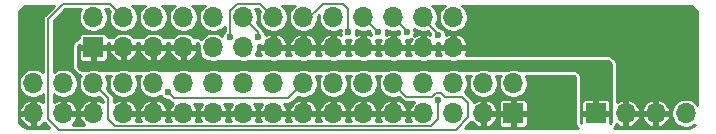
<source format=gbr>
G04 #@! TF.GenerationSoftware,KiCad,Pcbnew,(5.1.9)-1*
G04 #@! TF.CreationDate,2021-04-29T19:17:25+01:00*
G04 #@! TF.ProjectId,Roctec 26-pin to Gotek Adapter,526f6374-6563-4203-9236-2d70696e2074,rev?*
G04 #@! TF.SameCoordinates,Original*
G04 #@! TF.FileFunction,Copper,L2,Bot*
G04 #@! TF.FilePolarity,Positive*
%FSLAX46Y46*%
G04 Gerber Fmt 4.6, Leading zero omitted, Abs format (unit mm)*
G04 Created by KiCad (PCBNEW (5.1.9)-1) date 2021-04-29 19:17:25*
%MOMM*%
%LPD*%
G01*
G04 APERTURE LIST*
G04 #@! TA.AperFunction,ComponentPad*
%ADD10R,1.700000X1.700000*%
G04 #@! TD*
G04 #@! TA.AperFunction,ComponentPad*
%ADD11O,1.700000X1.700000*%
G04 #@! TD*
G04 #@! TA.AperFunction,ViaPad*
%ADD12C,0.600000*%
G04 #@! TD*
G04 #@! TA.AperFunction,Conductor*
%ADD13C,0.150000*%
G04 #@! TD*
G04 #@! TA.AperFunction,Conductor*
%ADD14C,0.254000*%
G04 #@! TD*
G04 #@! TA.AperFunction,Conductor*
%ADD15C,0.100000*%
G04 #@! TD*
G04 APERTURE END LIST*
D10*
X149225000Y-115570000D03*
D11*
X151765000Y-115570000D03*
X154305000Y-115570000D03*
X156845000Y-115570000D03*
X101600000Y-113030000D03*
X101600000Y-115570000D03*
X104140000Y-113030000D03*
X104140000Y-115570000D03*
X106680000Y-113030000D03*
X106680000Y-115570000D03*
X109220000Y-113030000D03*
X109220000Y-115570000D03*
X111760000Y-113030000D03*
X111760000Y-115570000D03*
X114300000Y-113030000D03*
X114300000Y-115570000D03*
X116840000Y-113030000D03*
X116840000Y-115570000D03*
X119380000Y-113030000D03*
X119380000Y-115570000D03*
X121920000Y-113030000D03*
X121920000Y-115570000D03*
X124460000Y-113030000D03*
X124460000Y-115570000D03*
X127000000Y-113030000D03*
X127000000Y-115570000D03*
X129540000Y-113030000D03*
X129540000Y-115570000D03*
X132080000Y-113030000D03*
X132080000Y-115570000D03*
X134620000Y-113030000D03*
X134620000Y-115570000D03*
X137160000Y-113030000D03*
X137160000Y-115570000D03*
X139700000Y-113030000D03*
X139700000Y-115570000D03*
X142240000Y-113030000D03*
D10*
X142240000Y-115570000D03*
D11*
X137160000Y-107442000D03*
X137160000Y-109982000D03*
X134620000Y-107442000D03*
X134620000Y-109982000D03*
X132080000Y-107442000D03*
X132080000Y-109982000D03*
X129540000Y-107442000D03*
X129540000Y-109982000D03*
X127000000Y-107442000D03*
X127000000Y-109982000D03*
X124460000Y-107442000D03*
X124460000Y-109982000D03*
X121920000Y-107442000D03*
X121920000Y-109982000D03*
X119380000Y-107442000D03*
X119380000Y-109982000D03*
X116840000Y-107442000D03*
X116840000Y-109982000D03*
X114300000Y-107442000D03*
X114300000Y-109982000D03*
X111760000Y-107442000D03*
X111760000Y-109982000D03*
X109220000Y-107442000D03*
X109220000Y-109982000D03*
X106680000Y-107442000D03*
D10*
X106680000Y-109982000D03*
D12*
X104013000Y-107442000D03*
X103632000Y-110236000D03*
X100965000Y-107315000D03*
X100965000Y-108839000D03*
X107950000Y-108712000D03*
X110490000Y-108712000D03*
X103505000Y-107950000D03*
X135890000Y-114426996D03*
X135890000Y-108966000D03*
X133223000Y-108712000D03*
X130810000Y-108712000D03*
X128270000Y-108712000D03*
X118254010Y-109073760D03*
X120650000Y-109093008D03*
X113030000Y-113792014D03*
D13*
X135890000Y-114935000D02*
X135890000Y-114426996D01*
X135890000Y-116078000D02*
X135890000Y-114935000D01*
X135297021Y-116670979D02*
X135890000Y-116078000D01*
X108542979Y-116670979D02*
X135297021Y-116670979D01*
X107950000Y-116078000D02*
X108542979Y-116670979D01*
X107950000Y-114300000D02*
X107950000Y-116078000D01*
X106680000Y-113030000D02*
X107950000Y-114300000D01*
X135890000Y-108839000D02*
X135890000Y-108966000D01*
X134620000Y-107569000D02*
X135890000Y-108839000D01*
X134620000Y-107442000D02*
X134620000Y-107569000D01*
X133223000Y-108585000D02*
X133223000Y-108712000D01*
X132080000Y-107442000D02*
X133223000Y-108585000D01*
X129540000Y-107442000D02*
X130810000Y-108712000D01*
X127795999Y-106299000D02*
X128270000Y-106773001D01*
X128270000Y-106773001D02*
X128270000Y-108712000D01*
X124460000Y-107950000D02*
X126111000Y-106299000D01*
X126111000Y-106299000D02*
X127795999Y-106299000D01*
X121920000Y-107442000D02*
X120777000Y-106299000D01*
X118872000Y-106299000D02*
X118254010Y-106916990D01*
X118254010Y-106916990D02*
X118254010Y-109073760D01*
X120777000Y-106299000D02*
X118872000Y-106299000D01*
X120650000Y-108712000D02*
X120650000Y-109093008D01*
X119380000Y-107442000D02*
X120650000Y-108712000D01*
X135344496Y-114142498D02*
X133192498Y-114142498D01*
X135661997Y-113824997D02*
X135344496Y-114142498D01*
X108077000Y-106299000D02*
X104140000Y-106299000D01*
X109220000Y-107442000D02*
X108077000Y-106299000D01*
X133192498Y-114142498D02*
X132080000Y-113030000D01*
X138430000Y-114681000D02*
X137922000Y-114173000D01*
X104140000Y-106299000D02*
X102870000Y-107569000D01*
X102870000Y-107569000D02*
X102870000Y-116078000D01*
X137350012Y-116970990D02*
X138430000Y-115891002D01*
X102870000Y-116078000D02*
X103762990Y-116970990D01*
X103762990Y-116970990D02*
X137350012Y-116970990D01*
X138430000Y-115891002D02*
X138430000Y-114681000D01*
X137922000Y-114173000D02*
X136466004Y-114173000D01*
X136466004Y-114173000D02*
X136118001Y-113824997D01*
X136118001Y-113824997D02*
X135661997Y-113824997D01*
X113537986Y-114300000D02*
X113030000Y-113792014D01*
X123190000Y-114300000D02*
X113537986Y-114300000D01*
X124460000Y-113030000D02*
X123190000Y-114300000D01*
D14*
X123675283Y-106485820D02*
X123503820Y-106657283D01*
X123369102Y-106858903D01*
X123276307Y-107082931D01*
X123229000Y-107320757D01*
X123229000Y-107563243D01*
X123276307Y-107801069D01*
X123369102Y-108025097D01*
X123503820Y-108226717D01*
X123675283Y-108398180D01*
X123876903Y-108532898D01*
X124100931Y-108625693D01*
X124338757Y-108673000D01*
X124581243Y-108673000D01*
X124819069Y-108625693D01*
X125043097Y-108532898D01*
X125244717Y-108398180D01*
X125416180Y-108226717D01*
X125550898Y-108025097D01*
X125643693Y-107801069D01*
X125691000Y-107563243D01*
X125691000Y-107363881D01*
X125777660Y-107277221D01*
X125769000Y-107320757D01*
X125769000Y-107563243D01*
X125816307Y-107801069D01*
X125909102Y-108025097D01*
X126043820Y-108226717D01*
X126215283Y-108398180D01*
X126416903Y-108532898D01*
X126640931Y-108625693D01*
X126878757Y-108673000D01*
X127121243Y-108673000D01*
X127359069Y-108625693D01*
X127583097Y-108532898D01*
X127616255Y-108510742D01*
X127615171Y-108513360D01*
X127589000Y-108644927D01*
X127589000Y-108779073D01*
X127615171Y-108910640D01*
X127618022Y-108917524D01*
X127616961Y-108916761D01*
X127397288Y-108816866D01*
X127316980Y-108792511D01*
X127127000Y-108853373D01*
X127127000Y-109855000D01*
X128129187Y-109855000D01*
X128189495Y-109665019D01*
X128104799Y-109439051D01*
X128056109Y-109360512D01*
X128071360Y-109366829D01*
X128202927Y-109393000D01*
X128337073Y-109393000D01*
X128468640Y-109366829D01*
X128483891Y-109360512D01*
X128435201Y-109439051D01*
X128350505Y-109665019D01*
X128410813Y-109855000D01*
X129413000Y-109855000D01*
X129413000Y-108853373D01*
X129223020Y-108792511D01*
X129142712Y-108816866D01*
X128923039Y-108916761D01*
X128921978Y-108917524D01*
X128924829Y-108910640D01*
X128951000Y-108779073D01*
X128951000Y-108644927D01*
X128924829Y-108513360D01*
X128923745Y-108510742D01*
X128956903Y-108532898D01*
X129180931Y-108625693D01*
X129418757Y-108673000D01*
X129661243Y-108673000D01*
X129899069Y-108625693D01*
X130026166Y-108573048D01*
X130129000Y-108675882D01*
X130129000Y-108779073D01*
X130155171Y-108910640D01*
X130158022Y-108917524D01*
X130156961Y-108916761D01*
X129937288Y-108816866D01*
X129856980Y-108792511D01*
X129667000Y-108853373D01*
X129667000Y-109855000D01*
X130669187Y-109855000D01*
X130729495Y-109665019D01*
X130644799Y-109439051D01*
X130596109Y-109360512D01*
X130611360Y-109366829D01*
X130742927Y-109393000D01*
X130877073Y-109393000D01*
X131008640Y-109366829D01*
X131023891Y-109360512D01*
X130975201Y-109439051D01*
X130890505Y-109665019D01*
X130950813Y-109855000D01*
X131953000Y-109855000D01*
X131953000Y-108853373D01*
X131763020Y-108792511D01*
X131682712Y-108816866D01*
X131463039Y-108916761D01*
X131461978Y-108917524D01*
X131464829Y-108910640D01*
X131491000Y-108779073D01*
X131491000Y-108644927D01*
X131464829Y-108513360D01*
X131463745Y-108510742D01*
X131496903Y-108532898D01*
X131720931Y-108625693D01*
X131958757Y-108673000D01*
X132201243Y-108673000D01*
X132439069Y-108625693D01*
X132555412Y-108577502D01*
X132542000Y-108644927D01*
X132542000Y-108779073D01*
X132556701Y-108852979D01*
X132477288Y-108816866D01*
X132396980Y-108792511D01*
X132207000Y-108853373D01*
X132207000Y-109855000D01*
X133209187Y-109855000D01*
X133269495Y-109665019D01*
X133184799Y-109439051D01*
X133156250Y-109393000D01*
X133290073Y-109393000D01*
X133421640Y-109366829D01*
X133545574Y-109315494D01*
X133624488Y-109262766D01*
X133515201Y-109439051D01*
X133430505Y-109665019D01*
X133490813Y-109855000D01*
X134493000Y-109855000D01*
X134493000Y-108853373D01*
X134303020Y-108792511D01*
X134222712Y-108816866D01*
X134003039Y-108916761D01*
X133814844Y-109052009D01*
X133826494Y-109034574D01*
X133877829Y-108910640D01*
X133904000Y-108779073D01*
X133904000Y-108644927D01*
X133877829Y-108513360D01*
X133826494Y-108389426D01*
X133826424Y-108389321D01*
X133835283Y-108398180D01*
X134036903Y-108532898D01*
X134260931Y-108625693D01*
X134498757Y-108673000D01*
X134741243Y-108673000D01*
X134979069Y-108625693D01*
X135016364Y-108610245D01*
X135224935Y-108818817D01*
X135209000Y-108898927D01*
X135209000Y-108904046D01*
X135017288Y-108816866D01*
X134936980Y-108792511D01*
X134747000Y-108853373D01*
X134747000Y-109855000D01*
X135749187Y-109855000D01*
X135809495Y-109665019D01*
X135801115Y-109642661D01*
X135822927Y-109647000D01*
X135957073Y-109647000D01*
X135978885Y-109642661D01*
X135970505Y-109665019D01*
X136030813Y-109855000D01*
X137033000Y-109855000D01*
X137033000Y-108853373D01*
X137287000Y-108853373D01*
X137287000Y-109855000D01*
X138289187Y-109855000D01*
X138349495Y-109665019D01*
X138264799Y-109439051D01*
X138137647Y-109233948D01*
X137972924Y-109057592D01*
X137776961Y-108916761D01*
X137557288Y-108816866D01*
X137476980Y-108792511D01*
X137287000Y-108853373D01*
X137033000Y-108853373D01*
X136843020Y-108792511D01*
X136762712Y-108816866D01*
X136571000Y-108904046D01*
X136571000Y-108898927D01*
X136544829Y-108767360D01*
X136493494Y-108643426D01*
X136418967Y-108531888D01*
X136324112Y-108437033D01*
X136212574Y-108362506D01*
X136088640Y-108311171D01*
X135986794Y-108290912D01*
X135713851Y-108017969D01*
X135803693Y-107801069D01*
X135851000Y-107563243D01*
X135851000Y-107320757D01*
X135803693Y-107082931D01*
X135710898Y-106858903D01*
X135576180Y-106657283D01*
X135404717Y-106485820D01*
X135352605Y-106451000D01*
X136427395Y-106451000D01*
X136375283Y-106485820D01*
X136203820Y-106657283D01*
X136069102Y-106858903D01*
X135976307Y-107082931D01*
X135929000Y-107320757D01*
X135929000Y-107563243D01*
X135976307Y-107801069D01*
X136069102Y-108025097D01*
X136203820Y-108226717D01*
X136375283Y-108398180D01*
X136576903Y-108532898D01*
X136800931Y-108625693D01*
X137038757Y-108673000D01*
X137281243Y-108673000D01*
X137519069Y-108625693D01*
X137743097Y-108532898D01*
X137944717Y-108398180D01*
X138116180Y-108226717D01*
X138250898Y-108025097D01*
X138343693Y-107801069D01*
X138391000Y-107563243D01*
X138391000Y-107320757D01*
X138343693Y-107082931D01*
X138250898Y-106858903D01*
X138116180Y-106657283D01*
X137944717Y-106485820D01*
X137892605Y-106451000D01*
X156952146Y-106451000D01*
X157139441Y-106469364D01*
X157300501Y-106517992D01*
X157449054Y-106596979D01*
X157579430Y-106703310D01*
X157686674Y-106832946D01*
X157766695Y-106980942D01*
X157816446Y-107141661D01*
X157836000Y-107327707D01*
X157836001Y-114837396D01*
X157801180Y-114785283D01*
X157629717Y-114613820D01*
X157428097Y-114479102D01*
X157204069Y-114386307D01*
X156966243Y-114339000D01*
X156723757Y-114339000D01*
X156485931Y-114386307D01*
X156261903Y-114479102D01*
X156060283Y-114613820D01*
X155888820Y-114785283D01*
X155754102Y-114986903D01*
X155661307Y-115210931D01*
X155614000Y-115448757D01*
X155614000Y-115691243D01*
X155661307Y-115929069D01*
X155754102Y-116153097D01*
X155888820Y-116354717D01*
X156060283Y-116526180D01*
X156261903Y-116660898D01*
X156485931Y-116753693D01*
X156723757Y-116801000D01*
X156966243Y-116801000D01*
X157204069Y-116753693D01*
X157428097Y-116660898D01*
X157586369Y-116555144D01*
X157583689Y-116558430D01*
X157454054Y-116665674D01*
X157306058Y-116745695D01*
X157145339Y-116795446D01*
X156959293Y-116815000D01*
X150761312Y-116815000D01*
X150777819Y-116798493D01*
X150857279Y-116694940D01*
X150907011Y-116608802D01*
X150953863Y-116495692D01*
X151148039Y-116635239D01*
X151367712Y-116735134D01*
X151448020Y-116759489D01*
X151638000Y-116698627D01*
X151638000Y-115697000D01*
X151892000Y-115697000D01*
X151892000Y-116698627D01*
X152081980Y-116759489D01*
X152162288Y-116735134D01*
X152381961Y-116635239D01*
X152577924Y-116494408D01*
X152742647Y-116318052D01*
X152869799Y-116112949D01*
X152954495Y-115886981D01*
X153115505Y-115886981D01*
X153200201Y-116112949D01*
X153327353Y-116318052D01*
X153492076Y-116494408D01*
X153688039Y-116635239D01*
X153907712Y-116735134D01*
X153988020Y-116759489D01*
X154178000Y-116698627D01*
X154178000Y-115697000D01*
X154432000Y-115697000D01*
X154432000Y-116698627D01*
X154621980Y-116759489D01*
X154702288Y-116735134D01*
X154921961Y-116635239D01*
X155117924Y-116494408D01*
X155282647Y-116318052D01*
X155409799Y-116112949D01*
X155494495Y-115886981D01*
X155434187Y-115697000D01*
X154432000Y-115697000D01*
X154178000Y-115697000D01*
X153175813Y-115697000D01*
X153115505Y-115886981D01*
X152954495Y-115886981D01*
X152894187Y-115697000D01*
X151892000Y-115697000D01*
X151638000Y-115697000D01*
X151618000Y-115697000D01*
X151618000Y-115443000D01*
X151638000Y-115443000D01*
X151638000Y-114441373D01*
X151892000Y-114441373D01*
X151892000Y-115443000D01*
X152894187Y-115443000D01*
X152954495Y-115253019D01*
X153115505Y-115253019D01*
X153175813Y-115443000D01*
X154178000Y-115443000D01*
X154178000Y-114441373D01*
X154432000Y-114441373D01*
X154432000Y-115443000D01*
X155434187Y-115443000D01*
X155494495Y-115253019D01*
X155409799Y-115027051D01*
X155282647Y-114821948D01*
X155117924Y-114645592D01*
X154921961Y-114504761D01*
X154702288Y-114404866D01*
X154621980Y-114380511D01*
X154432000Y-114441373D01*
X154178000Y-114441373D01*
X153988020Y-114380511D01*
X153907712Y-114404866D01*
X153688039Y-114504761D01*
X153492076Y-114645592D01*
X153327353Y-114821948D01*
X153200201Y-115027051D01*
X153115505Y-115253019D01*
X152954495Y-115253019D01*
X152869799Y-115027051D01*
X152742647Y-114821948D01*
X152577924Y-114645592D01*
X152381961Y-114504761D01*
X152162288Y-114404866D01*
X152081980Y-114380511D01*
X151892000Y-114441373D01*
X151638000Y-114441373D01*
X151448020Y-114380511D01*
X151367712Y-114404866D01*
X151148039Y-114504761D01*
X151003000Y-114608995D01*
X151003000Y-111498000D01*
X150999741Y-111448270D01*
X150982704Y-111318860D01*
X150956961Y-111222788D01*
X150907011Y-111102198D01*
X150857279Y-111016060D01*
X150777819Y-110912507D01*
X150707493Y-110842181D01*
X150603940Y-110762721D01*
X150517802Y-110712989D01*
X150397212Y-110663039D01*
X150301140Y-110637296D01*
X150171730Y-110620259D01*
X150122000Y-110617000D01*
X138207733Y-110617000D01*
X138264799Y-110524949D01*
X138349495Y-110298981D01*
X138289187Y-110109000D01*
X137287000Y-110109000D01*
X137287000Y-110129000D01*
X137033000Y-110129000D01*
X137033000Y-110109000D01*
X136030813Y-110109000D01*
X135970505Y-110298981D01*
X136055201Y-110524949D01*
X136112267Y-110617000D01*
X135667733Y-110617000D01*
X135724799Y-110524949D01*
X135809495Y-110298981D01*
X135749187Y-110109000D01*
X134747000Y-110109000D01*
X134747000Y-110129000D01*
X134493000Y-110129000D01*
X134493000Y-110109000D01*
X133490813Y-110109000D01*
X133430505Y-110298981D01*
X133515201Y-110524949D01*
X133572267Y-110617000D01*
X133127733Y-110617000D01*
X133184799Y-110524949D01*
X133269495Y-110298981D01*
X133209187Y-110109000D01*
X132207000Y-110109000D01*
X132207000Y-110129000D01*
X131953000Y-110129000D01*
X131953000Y-110109000D01*
X130950813Y-110109000D01*
X130890505Y-110298981D01*
X130975201Y-110524949D01*
X131032267Y-110617000D01*
X130587733Y-110617000D01*
X130644799Y-110524949D01*
X130729495Y-110298981D01*
X130669187Y-110109000D01*
X129667000Y-110109000D01*
X129667000Y-110129000D01*
X129413000Y-110129000D01*
X129413000Y-110109000D01*
X128410813Y-110109000D01*
X128350505Y-110298981D01*
X128435201Y-110524949D01*
X128492267Y-110617000D01*
X128047733Y-110617000D01*
X128104799Y-110524949D01*
X128189495Y-110298981D01*
X128129187Y-110109000D01*
X127127000Y-110109000D01*
X127127000Y-110129000D01*
X126873000Y-110129000D01*
X126873000Y-110109000D01*
X125870813Y-110109000D01*
X125810505Y-110298981D01*
X125895201Y-110524949D01*
X125952267Y-110617000D01*
X125507733Y-110617000D01*
X125564799Y-110524949D01*
X125649495Y-110298981D01*
X125589187Y-110109000D01*
X124587000Y-110109000D01*
X124587000Y-110129000D01*
X124333000Y-110129000D01*
X124333000Y-110109000D01*
X123330813Y-110109000D01*
X123270505Y-110298981D01*
X123355201Y-110524949D01*
X123412267Y-110617000D01*
X122967733Y-110617000D01*
X123024799Y-110524949D01*
X123109495Y-110298981D01*
X123049187Y-110109000D01*
X122047000Y-110109000D01*
X122047000Y-110129000D01*
X121793000Y-110129000D01*
X121793000Y-110109000D01*
X120790813Y-110109000D01*
X120730505Y-110298981D01*
X120815201Y-110524949D01*
X120872267Y-110617000D01*
X120436218Y-110617000D01*
X120470898Y-110565097D01*
X120563693Y-110341069D01*
X120611000Y-110103243D01*
X120611000Y-109860757D01*
X120593744Y-109774008D01*
X120717073Y-109774008D01*
X120762250Y-109765021D01*
X120790813Y-109855000D01*
X121793000Y-109855000D01*
X121793000Y-108853373D01*
X122047000Y-108853373D01*
X122047000Y-109855000D01*
X123049187Y-109855000D01*
X123109495Y-109665019D01*
X123270505Y-109665019D01*
X123330813Y-109855000D01*
X124333000Y-109855000D01*
X124333000Y-108853373D01*
X124587000Y-108853373D01*
X124587000Y-109855000D01*
X125589187Y-109855000D01*
X125649495Y-109665019D01*
X125810505Y-109665019D01*
X125870813Y-109855000D01*
X126873000Y-109855000D01*
X126873000Y-108853373D01*
X126683020Y-108792511D01*
X126602712Y-108816866D01*
X126383039Y-108916761D01*
X126187076Y-109057592D01*
X126022353Y-109233948D01*
X125895201Y-109439051D01*
X125810505Y-109665019D01*
X125649495Y-109665019D01*
X125564799Y-109439051D01*
X125437647Y-109233948D01*
X125272924Y-109057592D01*
X125076961Y-108916761D01*
X124857288Y-108816866D01*
X124776980Y-108792511D01*
X124587000Y-108853373D01*
X124333000Y-108853373D01*
X124143020Y-108792511D01*
X124062712Y-108816866D01*
X123843039Y-108916761D01*
X123647076Y-109057592D01*
X123482353Y-109233948D01*
X123355201Y-109439051D01*
X123270505Y-109665019D01*
X123109495Y-109665019D01*
X123024799Y-109439051D01*
X122897647Y-109233948D01*
X122732924Y-109057592D01*
X122536961Y-108916761D01*
X122317288Y-108816866D01*
X122236980Y-108792511D01*
X122047000Y-108853373D01*
X121793000Y-108853373D01*
X121603020Y-108792511D01*
X121522712Y-108816866D01*
X121308765Y-108914157D01*
X121304829Y-108894368D01*
X121253494Y-108770434D01*
X121178967Y-108658896D01*
X121084112Y-108564041D01*
X121081006Y-108561966D01*
X121073327Y-108536652D01*
X121030984Y-108457434D01*
X120974001Y-108387999D01*
X120956604Y-108373722D01*
X120511048Y-107928166D01*
X120563693Y-107801069D01*
X120611000Y-107563243D01*
X120611000Y-107320757D01*
X120563693Y-107082931D01*
X120470898Y-106858903D01*
X120401472Y-106755000D01*
X120588119Y-106755000D01*
X120788952Y-106955834D01*
X120736307Y-107082931D01*
X120689000Y-107320757D01*
X120689000Y-107563243D01*
X120736307Y-107801069D01*
X120829102Y-108025097D01*
X120963820Y-108226717D01*
X121135283Y-108398180D01*
X121336903Y-108532898D01*
X121560931Y-108625693D01*
X121798757Y-108673000D01*
X122041243Y-108673000D01*
X122279069Y-108625693D01*
X122503097Y-108532898D01*
X122704717Y-108398180D01*
X122876180Y-108226717D01*
X123010898Y-108025097D01*
X123103693Y-107801069D01*
X123151000Y-107563243D01*
X123151000Y-107320757D01*
X123103693Y-107082931D01*
X123010898Y-106858903D01*
X122876180Y-106657283D01*
X122704717Y-106485820D01*
X122652605Y-106451000D01*
X123727395Y-106451000D01*
X123675283Y-106485820D01*
G04 #@! TA.AperFunction,Conductor*
D15*
G36*
X123675283Y-106485820D02*
G01*
X123503820Y-106657283D01*
X123369102Y-106858903D01*
X123276307Y-107082931D01*
X123229000Y-107320757D01*
X123229000Y-107563243D01*
X123276307Y-107801069D01*
X123369102Y-108025097D01*
X123503820Y-108226717D01*
X123675283Y-108398180D01*
X123876903Y-108532898D01*
X124100931Y-108625693D01*
X124338757Y-108673000D01*
X124581243Y-108673000D01*
X124819069Y-108625693D01*
X125043097Y-108532898D01*
X125244717Y-108398180D01*
X125416180Y-108226717D01*
X125550898Y-108025097D01*
X125643693Y-107801069D01*
X125691000Y-107563243D01*
X125691000Y-107363881D01*
X125777660Y-107277221D01*
X125769000Y-107320757D01*
X125769000Y-107563243D01*
X125816307Y-107801069D01*
X125909102Y-108025097D01*
X126043820Y-108226717D01*
X126215283Y-108398180D01*
X126416903Y-108532898D01*
X126640931Y-108625693D01*
X126878757Y-108673000D01*
X127121243Y-108673000D01*
X127359069Y-108625693D01*
X127583097Y-108532898D01*
X127616255Y-108510742D01*
X127615171Y-108513360D01*
X127589000Y-108644927D01*
X127589000Y-108779073D01*
X127615171Y-108910640D01*
X127618022Y-108917524D01*
X127616961Y-108916761D01*
X127397288Y-108816866D01*
X127316980Y-108792511D01*
X127127000Y-108853373D01*
X127127000Y-109855000D01*
X128129187Y-109855000D01*
X128189495Y-109665019D01*
X128104799Y-109439051D01*
X128056109Y-109360512D01*
X128071360Y-109366829D01*
X128202927Y-109393000D01*
X128337073Y-109393000D01*
X128468640Y-109366829D01*
X128483891Y-109360512D01*
X128435201Y-109439051D01*
X128350505Y-109665019D01*
X128410813Y-109855000D01*
X129413000Y-109855000D01*
X129413000Y-108853373D01*
X129223020Y-108792511D01*
X129142712Y-108816866D01*
X128923039Y-108916761D01*
X128921978Y-108917524D01*
X128924829Y-108910640D01*
X128951000Y-108779073D01*
X128951000Y-108644927D01*
X128924829Y-108513360D01*
X128923745Y-108510742D01*
X128956903Y-108532898D01*
X129180931Y-108625693D01*
X129418757Y-108673000D01*
X129661243Y-108673000D01*
X129899069Y-108625693D01*
X130026166Y-108573048D01*
X130129000Y-108675882D01*
X130129000Y-108779073D01*
X130155171Y-108910640D01*
X130158022Y-108917524D01*
X130156961Y-108916761D01*
X129937288Y-108816866D01*
X129856980Y-108792511D01*
X129667000Y-108853373D01*
X129667000Y-109855000D01*
X130669187Y-109855000D01*
X130729495Y-109665019D01*
X130644799Y-109439051D01*
X130596109Y-109360512D01*
X130611360Y-109366829D01*
X130742927Y-109393000D01*
X130877073Y-109393000D01*
X131008640Y-109366829D01*
X131023891Y-109360512D01*
X130975201Y-109439051D01*
X130890505Y-109665019D01*
X130950813Y-109855000D01*
X131953000Y-109855000D01*
X131953000Y-108853373D01*
X131763020Y-108792511D01*
X131682712Y-108816866D01*
X131463039Y-108916761D01*
X131461978Y-108917524D01*
X131464829Y-108910640D01*
X131491000Y-108779073D01*
X131491000Y-108644927D01*
X131464829Y-108513360D01*
X131463745Y-108510742D01*
X131496903Y-108532898D01*
X131720931Y-108625693D01*
X131958757Y-108673000D01*
X132201243Y-108673000D01*
X132439069Y-108625693D01*
X132555412Y-108577502D01*
X132542000Y-108644927D01*
X132542000Y-108779073D01*
X132556701Y-108852979D01*
X132477288Y-108816866D01*
X132396980Y-108792511D01*
X132207000Y-108853373D01*
X132207000Y-109855000D01*
X133209187Y-109855000D01*
X133269495Y-109665019D01*
X133184799Y-109439051D01*
X133156250Y-109393000D01*
X133290073Y-109393000D01*
X133421640Y-109366829D01*
X133545574Y-109315494D01*
X133624488Y-109262766D01*
X133515201Y-109439051D01*
X133430505Y-109665019D01*
X133490813Y-109855000D01*
X134493000Y-109855000D01*
X134493000Y-108853373D01*
X134303020Y-108792511D01*
X134222712Y-108816866D01*
X134003039Y-108916761D01*
X133814844Y-109052009D01*
X133826494Y-109034574D01*
X133877829Y-108910640D01*
X133904000Y-108779073D01*
X133904000Y-108644927D01*
X133877829Y-108513360D01*
X133826494Y-108389426D01*
X133826424Y-108389321D01*
X133835283Y-108398180D01*
X134036903Y-108532898D01*
X134260931Y-108625693D01*
X134498757Y-108673000D01*
X134741243Y-108673000D01*
X134979069Y-108625693D01*
X135016364Y-108610245D01*
X135224935Y-108818817D01*
X135209000Y-108898927D01*
X135209000Y-108904046D01*
X135017288Y-108816866D01*
X134936980Y-108792511D01*
X134747000Y-108853373D01*
X134747000Y-109855000D01*
X135749187Y-109855000D01*
X135809495Y-109665019D01*
X135801115Y-109642661D01*
X135822927Y-109647000D01*
X135957073Y-109647000D01*
X135978885Y-109642661D01*
X135970505Y-109665019D01*
X136030813Y-109855000D01*
X137033000Y-109855000D01*
X137033000Y-108853373D01*
X137287000Y-108853373D01*
X137287000Y-109855000D01*
X138289187Y-109855000D01*
X138349495Y-109665019D01*
X138264799Y-109439051D01*
X138137647Y-109233948D01*
X137972924Y-109057592D01*
X137776961Y-108916761D01*
X137557288Y-108816866D01*
X137476980Y-108792511D01*
X137287000Y-108853373D01*
X137033000Y-108853373D01*
X136843020Y-108792511D01*
X136762712Y-108816866D01*
X136571000Y-108904046D01*
X136571000Y-108898927D01*
X136544829Y-108767360D01*
X136493494Y-108643426D01*
X136418967Y-108531888D01*
X136324112Y-108437033D01*
X136212574Y-108362506D01*
X136088640Y-108311171D01*
X135986794Y-108290912D01*
X135713851Y-108017969D01*
X135803693Y-107801069D01*
X135851000Y-107563243D01*
X135851000Y-107320757D01*
X135803693Y-107082931D01*
X135710898Y-106858903D01*
X135576180Y-106657283D01*
X135404717Y-106485820D01*
X135352605Y-106451000D01*
X136427395Y-106451000D01*
X136375283Y-106485820D01*
X136203820Y-106657283D01*
X136069102Y-106858903D01*
X135976307Y-107082931D01*
X135929000Y-107320757D01*
X135929000Y-107563243D01*
X135976307Y-107801069D01*
X136069102Y-108025097D01*
X136203820Y-108226717D01*
X136375283Y-108398180D01*
X136576903Y-108532898D01*
X136800931Y-108625693D01*
X137038757Y-108673000D01*
X137281243Y-108673000D01*
X137519069Y-108625693D01*
X137743097Y-108532898D01*
X137944717Y-108398180D01*
X138116180Y-108226717D01*
X138250898Y-108025097D01*
X138343693Y-107801069D01*
X138391000Y-107563243D01*
X138391000Y-107320757D01*
X138343693Y-107082931D01*
X138250898Y-106858903D01*
X138116180Y-106657283D01*
X137944717Y-106485820D01*
X137892605Y-106451000D01*
X156952146Y-106451000D01*
X157139441Y-106469364D01*
X157300501Y-106517992D01*
X157449054Y-106596979D01*
X157579430Y-106703310D01*
X157686674Y-106832946D01*
X157766695Y-106980942D01*
X157816446Y-107141661D01*
X157836000Y-107327707D01*
X157836001Y-114837396D01*
X157801180Y-114785283D01*
X157629717Y-114613820D01*
X157428097Y-114479102D01*
X157204069Y-114386307D01*
X156966243Y-114339000D01*
X156723757Y-114339000D01*
X156485931Y-114386307D01*
X156261903Y-114479102D01*
X156060283Y-114613820D01*
X155888820Y-114785283D01*
X155754102Y-114986903D01*
X155661307Y-115210931D01*
X155614000Y-115448757D01*
X155614000Y-115691243D01*
X155661307Y-115929069D01*
X155754102Y-116153097D01*
X155888820Y-116354717D01*
X156060283Y-116526180D01*
X156261903Y-116660898D01*
X156485931Y-116753693D01*
X156723757Y-116801000D01*
X156966243Y-116801000D01*
X157204069Y-116753693D01*
X157428097Y-116660898D01*
X157586369Y-116555144D01*
X157583689Y-116558430D01*
X157454054Y-116665674D01*
X157306058Y-116745695D01*
X157145339Y-116795446D01*
X156959293Y-116815000D01*
X150761312Y-116815000D01*
X150777819Y-116798493D01*
X150857279Y-116694940D01*
X150907011Y-116608802D01*
X150953863Y-116495692D01*
X151148039Y-116635239D01*
X151367712Y-116735134D01*
X151448020Y-116759489D01*
X151638000Y-116698627D01*
X151638000Y-115697000D01*
X151892000Y-115697000D01*
X151892000Y-116698627D01*
X152081980Y-116759489D01*
X152162288Y-116735134D01*
X152381961Y-116635239D01*
X152577924Y-116494408D01*
X152742647Y-116318052D01*
X152869799Y-116112949D01*
X152954495Y-115886981D01*
X153115505Y-115886981D01*
X153200201Y-116112949D01*
X153327353Y-116318052D01*
X153492076Y-116494408D01*
X153688039Y-116635239D01*
X153907712Y-116735134D01*
X153988020Y-116759489D01*
X154178000Y-116698627D01*
X154178000Y-115697000D01*
X154432000Y-115697000D01*
X154432000Y-116698627D01*
X154621980Y-116759489D01*
X154702288Y-116735134D01*
X154921961Y-116635239D01*
X155117924Y-116494408D01*
X155282647Y-116318052D01*
X155409799Y-116112949D01*
X155494495Y-115886981D01*
X155434187Y-115697000D01*
X154432000Y-115697000D01*
X154178000Y-115697000D01*
X153175813Y-115697000D01*
X153115505Y-115886981D01*
X152954495Y-115886981D01*
X152894187Y-115697000D01*
X151892000Y-115697000D01*
X151638000Y-115697000D01*
X151618000Y-115697000D01*
X151618000Y-115443000D01*
X151638000Y-115443000D01*
X151638000Y-114441373D01*
X151892000Y-114441373D01*
X151892000Y-115443000D01*
X152894187Y-115443000D01*
X152954495Y-115253019D01*
X153115505Y-115253019D01*
X153175813Y-115443000D01*
X154178000Y-115443000D01*
X154178000Y-114441373D01*
X154432000Y-114441373D01*
X154432000Y-115443000D01*
X155434187Y-115443000D01*
X155494495Y-115253019D01*
X155409799Y-115027051D01*
X155282647Y-114821948D01*
X155117924Y-114645592D01*
X154921961Y-114504761D01*
X154702288Y-114404866D01*
X154621980Y-114380511D01*
X154432000Y-114441373D01*
X154178000Y-114441373D01*
X153988020Y-114380511D01*
X153907712Y-114404866D01*
X153688039Y-114504761D01*
X153492076Y-114645592D01*
X153327353Y-114821948D01*
X153200201Y-115027051D01*
X153115505Y-115253019D01*
X152954495Y-115253019D01*
X152869799Y-115027051D01*
X152742647Y-114821948D01*
X152577924Y-114645592D01*
X152381961Y-114504761D01*
X152162288Y-114404866D01*
X152081980Y-114380511D01*
X151892000Y-114441373D01*
X151638000Y-114441373D01*
X151448020Y-114380511D01*
X151367712Y-114404866D01*
X151148039Y-114504761D01*
X151003000Y-114608995D01*
X151003000Y-111498000D01*
X150999741Y-111448270D01*
X150982704Y-111318860D01*
X150956961Y-111222788D01*
X150907011Y-111102198D01*
X150857279Y-111016060D01*
X150777819Y-110912507D01*
X150707493Y-110842181D01*
X150603940Y-110762721D01*
X150517802Y-110712989D01*
X150397212Y-110663039D01*
X150301140Y-110637296D01*
X150171730Y-110620259D01*
X150122000Y-110617000D01*
X138207733Y-110617000D01*
X138264799Y-110524949D01*
X138349495Y-110298981D01*
X138289187Y-110109000D01*
X137287000Y-110109000D01*
X137287000Y-110129000D01*
X137033000Y-110129000D01*
X137033000Y-110109000D01*
X136030813Y-110109000D01*
X135970505Y-110298981D01*
X136055201Y-110524949D01*
X136112267Y-110617000D01*
X135667733Y-110617000D01*
X135724799Y-110524949D01*
X135809495Y-110298981D01*
X135749187Y-110109000D01*
X134747000Y-110109000D01*
X134747000Y-110129000D01*
X134493000Y-110129000D01*
X134493000Y-110109000D01*
X133490813Y-110109000D01*
X133430505Y-110298981D01*
X133515201Y-110524949D01*
X133572267Y-110617000D01*
X133127733Y-110617000D01*
X133184799Y-110524949D01*
X133269495Y-110298981D01*
X133209187Y-110109000D01*
X132207000Y-110109000D01*
X132207000Y-110129000D01*
X131953000Y-110129000D01*
X131953000Y-110109000D01*
X130950813Y-110109000D01*
X130890505Y-110298981D01*
X130975201Y-110524949D01*
X131032267Y-110617000D01*
X130587733Y-110617000D01*
X130644799Y-110524949D01*
X130729495Y-110298981D01*
X130669187Y-110109000D01*
X129667000Y-110109000D01*
X129667000Y-110129000D01*
X129413000Y-110129000D01*
X129413000Y-110109000D01*
X128410813Y-110109000D01*
X128350505Y-110298981D01*
X128435201Y-110524949D01*
X128492267Y-110617000D01*
X128047733Y-110617000D01*
X128104799Y-110524949D01*
X128189495Y-110298981D01*
X128129187Y-110109000D01*
X127127000Y-110109000D01*
X127127000Y-110129000D01*
X126873000Y-110129000D01*
X126873000Y-110109000D01*
X125870813Y-110109000D01*
X125810505Y-110298981D01*
X125895201Y-110524949D01*
X125952267Y-110617000D01*
X125507733Y-110617000D01*
X125564799Y-110524949D01*
X125649495Y-110298981D01*
X125589187Y-110109000D01*
X124587000Y-110109000D01*
X124587000Y-110129000D01*
X124333000Y-110129000D01*
X124333000Y-110109000D01*
X123330813Y-110109000D01*
X123270505Y-110298981D01*
X123355201Y-110524949D01*
X123412267Y-110617000D01*
X122967733Y-110617000D01*
X123024799Y-110524949D01*
X123109495Y-110298981D01*
X123049187Y-110109000D01*
X122047000Y-110109000D01*
X122047000Y-110129000D01*
X121793000Y-110129000D01*
X121793000Y-110109000D01*
X120790813Y-110109000D01*
X120730505Y-110298981D01*
X120815201Y-110524949D01*
X120872267Y-110617000D01*
X120436218Y-110617000D01*
X120470898Y-110565097D01*
X120563693Y-110341069D01*
X120611000Y-110103243D01*
X120611000Y-109860757D01*
X120593744Y-109774008D01*
X120717073Y-109774008D01*
X120762250Y-109765021D01*
X120790813Y-109855000D01*
X121793000Y-109855000D01*
X121793000Y-108853373D01*
X122047000Y-108853373D01*
X122047000Y-109855000D01*
X123049187Y-109855000D01*
X123109495Y-109665019D01*
X123270505Y-109665019D01*
X123330813Y-109855000D01*
X124333000Y-109855000D01*
X124333000Y-108853373D01*
X124587000Y-108853373D01*
X124587000Y-109855000D01*
X125589187Y-109855000D01*
X125649495Y-109665019D01*
X125810505Y-109665019D01*
X125870813Y-109855000D01*
X126873000Y-109855000D01*
X126873000Y-108853373D01*
X126683020Y-108792511D01*
X126602712Y-108816866D01*
X126383039Y-108916761D01*
X126187076Y-109057592D01*
X126022353Y-109233948D01*
X125895201Y-109439051D01*
X125810505Y-109665019D01*
X125649495Y-109665019D01*
X125564799Y-109439051D01*
X125437647Y-109233948D01*
X125272924Y-109057592D01*
X125076961Y-108916761D01*
X124857288Y-108816866D01*
X124776980Y-108792511D01*
X124587000Y-108853373D01*
X124333000Y-108853373D01*
X124143020Y-108792511D01*
X124062712Y-108816866D01*
X123843039Y-108916761D01*
X123647076Y-109057592D01*
X123482353Y-109233948D01*
X123355201Y-109439051D01*
X123270505Y-109665019D01*
X123109495Y-109665019D01*
X123024799Y-109439051D01*
X122897647Y-109233948D01*
X122732924Y-109057592D01*
X122536961Y-108916761D01*
X122317288Y-108816866D01*
X122236980Y-108792511D01*
X122047000Y-108853373D01*
X121793000Y-108853373D01*
X121603020Y-108792511D01*
X121522712Y-108816866D01*
X121308765Y-108914157D01*
X121304829Y-108894368D01*
X121253494Y-108770434D01*
X121178967Y-108658896D01*
X121084112Y-108564041D01*
X121081006Y-108561966D01*
X121073327Y-108536652D01*
X121030984Y-108457434D01*
X120974001Y-108387999D01*
X120956604Y-108373722D01*
X120511048Y-107928166D01*
X120563693Y-107801069D01*
X120611000Y-107563243D01*
X120611000Y-107320757D01*
X120563693Y-107082931D01*
X120470898Y-106858903D01*
X120401472Y-106755000D01*
X120588119Y-106755000D01*
X120788952Y-106955834D01*
X120736307Y-107082931D01*
X120689000Y-107320757D01*
X120689000Y-107563243D01*
X120736307Y-107801069D01*
X120829102Y-108025097D01*
X120963820Y-108226717D01*
X121135283Y-108398180D01*
X121336903Y-108532898D01*
X121560931Y-108625693D01*
X121798757Y-108673000D01*
X122041243Y-108673000D01*
X122279069Y-108625693D01*
X122503097Y-108532898D01*
X122704717Y-108398180D01*
X122876180Y-108226717D01*
X123010898Y-108025097D01*
X123103693Y-107801069D01*
X123151000Y-107563243D01*
X123151000Y-107320757D01*
X123103693Y-107082931D01*
X123010898Y-106858903D01*
X122876180Y-106657283D01*
X122704717Y-106485820D01*
X122652605Y-106451000D01*
X123727395Y-106451000D01*
X123675283Y-106485820D01*
G37*
G04 #@! TD.AperFunction*
D14*
X138609102Y-112446903D02*
X138516307Y-112670931D01*
X138469000Y-112908757D01*
X138469000Y-113151243D01*
X138516307Y-113389069D01*
X138609102Y-113613097D01*
X138743820Y-113814717D01*
X138915283Y-113986180D01*
X139116903Y-114120898D01*
X139340931Y-114213693D01*
X139578757Y-114261000D01*
X139821243Y-114261000D01*
X140059069Y-114213693D01*
X140283097Y-114120898D01*
X140484717Y-113986180D01*
X140656180Y-113814717D01*
X140790898Y-113613097D01*
X140883693Y-113389069D01*
X140931000Y-113151243D01*
X140931000Y-112908757D01*
X140883693Y-112670931D01*
X140790898Y-112446903D01*
X140756218Y-112395000D01*
X141183782Y-112395000D01*
X141149102Y-112446903D01*
X141056307Y-112670931D01*
X141009000Y-112908757D01*
X141009000Y-113151243D01*
X141056307Y-113389069D01*
X141149102Y-113613097D01*
X141283820Y-113814717D01*
X141455283Y-113986180D01*
X141656903Y-114120898D01*
X141880931Y-114213693D01*
X142118757Y-114261000D01*
X142361243Y-114261000D01*
X142599069Y-114213693D01*
X142823097Y-114120898D01*
X143024717Y-113986180D01*
X143196180Y-113814717D01*
X143330898Y-113613097D01*
X143423693Y-113389069D01*
X143471000Y-113151243D01*
X143471000Y-112908757D01*
X143423693Y-112670931D01*
X143330898Y-112446903D01*
X143296218Y-112395000D01*
X147303025Y-112395000D01*
X147357952Y-112402231D01*
X147385855Y-112413789D01*
X147409821Y-112432179D01*
X147428211Y-112456145D01*
X147439769Y-112484048D01*
X147447000Y-112538975D01*
X147447000Y-116213000D01*
X147450259Y-116262730D01*
X147467296Y-116392140D01*
X147493039Y-116488212D01*
X147542989Y-116608802D01*
X147592721Y-116694940D01*
X147672181Y-116798493D01*
X147688688Y-116815000D01*
X138150883Y-116815000D01*
X138693834Y-116272049D01*
X138722353Y-116318052D01*
X138887076Y-116494408D01*
X139083039Y-116635239D01*
X139302712Y-116735134D01*
X139383020Y-116759489D01*
X139573000Y-116698627D01*
X139573000Y-115697000D01*
X139827000Y-115697000D01*
X139827000Y-116698627D01*
X140016980Y-116759489D01*
X140097288Y-116735134D01*
X140316961Y-116635239D01*
X140512924Y-116494408D01*
X140582423Y-116420000D01*
X141007157Y-116420000D01*
X141014513Y-116494689D01*
X141036299Y-116566508D01*
X141071678Y-116632696D01*
X141119289Y-116690711D01*
X141177304Y-116738322D01*
X141243492Y-116773701D01*
X141315311Y-116795487D01*
X141390000Y-116802843D01*
X142017750Y-116801000D01*
X142113000Y-116705750D01*
X142113000Y-115697000D01*
X142367000Y-115697000D01*
X142367000Y-116705750D01*
X142462250Y-116801000D01*
X143090000Y-116802843D01*
X143164689Y-116795487D01*
X143236508Y-116773701D01*
X143302696Y-116738322D01*
X143360711Y-116690711D01*
X143408322Y-116632696D01*
X143443701Y-116566508D01*
X143465487Y-116494689D01*
X143472843Y-116420000D01*
X143471000Y-115792250D01*
X143375750Y-115697000D01*
X142367000Y-115697000D01*
X142113000Y-115697000D01*
X141104250Y-115697000D01*
X141009000Y-115792250D01*
X141007157Y-116420000D01*
X140582423Y-116420000D01*
X140677647Y-116318052D01*
X140804799Y-116112949D01*
X140889495Y-115886981D01*
X140829187Y-115697000D01*
X139827000Y-115697000D01*
X139573000Y-115697000D01*
X139553000Y-115697000D01*
X139553000Y-115443000D01*
X139573000Y-115443000D01*
X139573000Y-114441373D01*
X139827000Y-114441373D01*
X139827000Y-115443000D01*
X140829187Y-115443000D01*
X140889495Y-115253019D01*
X140804799Y-115027051D01*
X140677647Y-114821948D01*
X140582424Y-114720000D01*
X141007157Y-114720000D01*
X141009000Y-115347750D01*
X141104250Y-115443000D01*
X142113000Y-115443000D01*
X142113000Y-114434250D01*
X142367000Y-114434250D01*
X142367000Y-115443000D01*
X143375750Y-115443000D01*
X143471000Y-115347750D01*
X143472843Y-114720000D01*
X143465487Y-114645311D01*
X143443701Y-114573492D01*
X143408322Y-114507304D01*
X143360711Y-114449289D01*
X143302696Y-114401678D01*
X143236508Y-114366299D01*
X143164689Y-114344513D01*
X143090000Y-114337157D01*
X142462250Y-114339000D01*
X142367000Y-114434250D01*
X142113000Y-114434250D01*
X142017750Y-114339000D01*
X141390000Y-114337157D01*
X141315311Y-114344513D01*
X141243492Y-114366299D01*
X141177304Y-114401678D01*
X141119289Y-114449289D01*
X141071678Y-114507304D01*
X141036299Y-114573492D01*
X141014513Y-114645311D01*
X141007157Y-114720000D01*
X140582424Y-114720000D01*
X140512924Y-114645592D01*
X140316961Y-114504761D01*
X140097288Y-114404866D01*
X140016980Y-114380511D01*
X139827000Y-114441373D01*
X139573000Y-114441373D01*
X139383020Y-114380511D01*
X139302712Y-114404866D01*
X139083039Y-114504761D01*
X138887076Y-114645592D01*
X138884944Y-114647875D01*
X138879402Y-114591608D01*
X138853327Y-114505652D01*
X138810984Y-114426434D01*
X138754001Y-114356999D01*
X138736598Y-114342717D01*
X138260283Y-113866402D01*
X138246001Y-113848999D01*
X138176566Y-113792016D01*
X138143248Y-113774207D01*
X138250898Y-113613097D01*
X138343693Y-113389069D01*
X138391000Y-113151243D01*
X138391000Y-112908757D01*
X138343693Y-112670931D01*
X138250898Y-112446903D01*
X138216218Y-112395000D01*
X138643782Y-112395000D01*
X138609102Y-112446903D01*
G04 #@! TA.AperFunction,Conductor*
D15*
G36*
X138609102Y-112446903D02*
G01*
X138516307Y-112670931D01*
X138469000Y-112908757D01*
X138469000Y-113151243D01*
X138516307Y-113389069D01*
X138609102Y-113613097D01*
X138743820Y-113814717D01*
X138915283Y-113986180D01*
X139116903Y-114120898D01*
X139340931Y-114213693D01*
X139578757Y-114261000D01*
X139821243Y-114261000D01*
X140059069Y-114213693D01*
X140283097Y-114120898D01*
X140484717Y-113986180D01*
X140656180Y-113814717D01*
X140790898Y-113613097D01*
X140883693Y-113389069D01*
X140931000Y-113151243D01*
X140931000Y-112908757D01*
X140883693Y-112670931D01*
X140790898Y-112446903D01*
X140756218Y-112395000D01*
X141183782Y-112395000D01*
X141149102Y-112446903D01*
X141056307Y-112670931D01*
X141009000Y-112908757D01*
X141009000Y-113151243D01*
X141056307Y-113389069D01*
X141149102Y-113613097D01*
X141283820Y-113814717D01*
X141455283Y-113986180D01*
X141656903Y-114120898D01*
X141880931Y-114213693D01*
X142118757Y-114261000D01*
X142361243Y-114261000D01*
X142599069Y-114213693D01*
X142823097Y-114120898D01*
X143024717Y-113986180D01*
X143196180Y-113814717D01*
X143330898Y-113613097D01*
X143423693Y-113389069D01*
X143471000Y-113151243D01*
X143471000Y-112908757D01*
X143423693Y-112670931D01*
X143330898Y-112446903D01*
X143296218Y-112395000D01*
X147303025Y-112395000D01*
X147357952Y-112402231D01*
X147385855Y-112413789D01*
X147409821Y-112432179D01*
X147428211Y-112456145D01*
X147439769Y-112484048D01*
X147447000Y-112538975D01*
X147447000Y-116213000D01*
X147450259Y-116262730D01*
X147467296Y-116392140D01*
X147493039Y-116488212D01*
X147542989Y-116608802D01*
X147592721Y-116694940D01*
X147672181Y-116798493D01*
X147688688Y-116815000D01*
X138150883Y-116815000D01*
X138693834Y-116272049D01*
X138722353Y-116318052D01*
X138887076Y-116494408D01*
X139083039Y-116635239D01*
X139302712Y-116735134D01*
X139383020Y-116759489D01*
X139573000Y-116698627D01*
X139573000Y-115697000D01*
X139827000Y-115697000D01*
X139827000Y-116698627D01*
X140016980Y-116759489D01*
X140097288Y-116735134D01*
X140316961Y-116635239D01*
X140512924Y-116494408D01*
X140582423Y-116420000D01*
X141007157Y-116420000D01*
X141014513Y-116494689D01*
X141036299Y-116566508D01*
X141071678Y-116632696D01*
X141119289Y-116690711D01*
X141177304Y-116738322D01*
X141243492Y-116773701D01*
X141315311Y-116795487D01*
X141390000Y-116802843D01*
X142017750Y-116801000D01*
X142113000Y-116705750D01*
X142113000Y-115697000D01*
X142367000Y-115697000D01*
X142367000Y-116705750D01*
X142462250Y-116801000D01*
X143090000Y-116802843D01*
X143164689Y-116795487D01*
X143236508Y-116773701D01*
X143302696Y-116738322D01*
X143360711Y-116690711D01*
X143408322Y-116632696D01*
X143443701Y-116566508D01*
X143465487Y-116494689D01*
X143472843Y-116420000D01*
X143471000Y-115792250D01*
X143375750Y-115697000D01*
X142367000Y-115697000D01*
X142113000Y-115697000D01*
X141104250Y-115697000D01*
X141009000Y-115792250D01*
X141007157Y-116420000D01*
X140582423Y-116420000D01*
X140677647Y-116318052D01*
X140804799Y-116112949D01*
X140889495Y-115886981D01*
X140829187Y-115697000D01*
X139827000Y-115697000D01*
X139573000Y-115697000D01*
X139553000Y-115697000D01*
X139553000Y-115443000D01*
X139573000Y-115443000D01*
X139573000Y-114441373D01*
X139827000Y-114441373D01*
X139827000Y-115443000D01*
X140829187Y-115443000D01*
X140889495Y-115253019D01*
X140804799Y-115027051D01*
X140677647Y-114821948D01*
X140582424Y-114720000D01*
X141007157Y-114720000D01*
X141009000Y-115347750D01*
X141104250Y-115443000D01*
X142113000Y-115443000D01*
X142113000Y-114434250D01*
X142367000Y-114434250D01*
X142367000Y-115443000D01*
X143375750Y-115443000D01*
X143471000Y-115347750D01*
X143472843Y-114720000D01*
X143465487Y-114645311D01*
X143443701Y-114573492D01*
X143408322Y-114507304D01*
X143360711Y-114449289D01*
X143302696Y-114401678D01*
X143236508Y-114366299D01*
X143164689Y-114344513D01*
X143090000Y-114337157D01*
X142462250Y-114339000D01*
X142367000Y-114434250D01*
X142113000Y-114434250D01*
X142017750Y-114339000D01*
X141390000Y-114337157D01*
X141315311Y-114344513D01*
X141243492Y-114366299D01*
X141177304Y-114401678D01*
X141119289Y-114449289D01*
X141071678Y-114507304D01*
X141036299Y-114573492D01*
X141014513Y-114645311D01*
X141007157Y-114720000D01*
X140582424Y-114720000D01*
X140512924Y-114645592D01*
X140316961Y-114504761D01*
X140097288Y-114404866D01*
X140016980Y-114380511D01*
X139827000Y-114441373D01*
X139573000Y-114441373D01*
X139383020Y-114380511D01*
X139302712Y-114404866D01*
X139083039Y-114504761D01*
X138887076Y-114645592D01*
X138884944Y-114647875D01*
X138879402Y-114591608D01*
X138853327Y-114505652D01*
X138810984Y-114426434D01*
X138754001Y-114356999D01*
X138736598Y-114342717D01*
X138260283Y-113866402D01*
X138246001Y-113848999D01*
X138176566Y-113792016D01*
X138143248Y-113774207D01*
X138250898Y-113613097D01*
X138343693Y-113389069D01*
X138391000Y-113151243D01*
X138391000Y-112908757D01*
X138343693Y-112670931D01*
X138250898Y-112446903D01*
X138216218Y-112395000D01*
X138643782Y-112395000D01*
X138609102Y-112446903D01*
G37*
G04 #@! TD.AperFunction*
D14*
X102563402Y-107230717D02*
X102545999Y-107244999D01*
X102489016Y-107314435D01*
X102446673Y-107393653D01*
X102420598Y-107479609D01*
X102415498Y-107531391D01*
X102411794Y-107569000D01*
X102414000Y-107591396D01*
X102414001Y-112103104D01*
X102384717Y-112073820D01*
X102183097Y-111939102D01*
X101959069Y-111846307D01*
X101721243Y-111799000D01*
X101478757Y-111799000D01*
X101240931Y-111846307D01*
X101016903Y-111939102D01*
X100815283Y-112073820D01*
X100643820Y-112245283D01*
X100509102Y-112446903D01*
X100416307Y-112670931D01*
X100369000Y-112908757D01*
X100369000Y-113151243D01*
X100416307Y-113389069D01*
X100509102Y-113613097D01*
X100643820Y-113814717D01*
X100815283Y-113986180D01*
X101016903Y-114120898D01*
X101240931Y-114213693D01*
X101478757Y-114261000D01*
X101721243Y-114261000D01*
X101959069Y-114213693D01*
X102183097Y-114120898D01*
X102384717Y-113986180D01*
X102414001Y-113956896D01*
X102414001Y-114646745D01*
X102412924Y-114645592D01*
X102216961Y-114504761D01*
X101997288Y-114404866D01*
X101916980Y-114380511D01*
X101727000Y-114441373D01*
X101727000Y-115443000D01*
X101747000Y-115443000D01*
X101747000Y-115697000D01*
X101727000Y-115697000D01*
X101727000Y-116698627D01*
X101916980Y-116759489D01*
X101997288Y-116735134D01*
X102216961Y-116635239D01*
X102412924Y-116494408D01*
X102524128Y-116375350D01*
X102546000Y-116402001D01*
X102563398Y-116416279D01*
X102962119Y-116815000D01*
X101238854Y-116815000D01*
X101051559Y-116796636D01*
X100890497Y-116748008D01*
X100741949Y-116669023D01*
X100611570Y-116562689D01*
X100504326Y-116433054D01*
X100424305Y-116285058D01*
X100374554Y-116124339D01*
X100355000Y-115938293D01*
X100355000Y-115886981D01*
X100410505Y-115886981D01*
X100495201Y-116112949D01*
X100622353Y-116318052D01*
X100787076Y-116494408D01*
X100983039Y-116635239D01*
X101202712Y-116735134D01*
X101283020Y-116759489D01*
X101473000Y-116698627D01*
X101473000Y-115697000D01*
X100470813Y-115697000D01*
X100410505Y-115886981D01*
X100355000Y-115886981D01*
X100355000Y-115253019D01*
X100410505Y-115253019D01*
X100470813Y-115443000D01*
X101473000Y-115443000D01*
X101473000Y-114441373D01*
X101283020Y-114380511D01*
X101202712Y-114404866D01*
X100983039Y-114504761D01*
X100787076Y-114645592D01*
X100622353Y-114821948D01*
X100495201Y-115027051D01*
X100410505Y-115253019D01*
X100355000Y-115253019D01*
X100355000Y-107334854D01*
X100373364Y-107147559D01*
X100421992Y-106986499D01*
X100500979Y-106837946D01*
X100607310Y-106707570D01*
X100736946Y-106600326D01*
X100884942Y-106520305D01*
X101045661Y-106470554D01*
X101231707Y-106451000D01*
X103343118Y-106451000D01*
X102563402Y-107230717D01*
G04 #@! TA.AperFunction,Conductor*
D15*
G36*
X102563402Y-107230717D02*
G01*
X102545999Y-107244999D01*
X102489016Y-107314435D01*
X102446673Y-107393653D01*
X102420598Y-107479609D01*
X102415498Y-107531391D01*
X102411794Y-107569000D01*
X102414000Y-107591396D01*
X102414001Y-112103104D01*
X102384717Y-112073820D01*
X102183097Y-111939102D01*
X101959069Y-111846307D01*
X101721243Y-111799000D01*
X101478757Y-111799000D01*
X101240931Y-111846307D01*
X101016903Y-111939102D01*
X100815283Y-112073820D01*
X100643820Y-112245283D01*
X100509102Y-112446903D01*
X100416307Y-112670931D01*
X100369000Y-112908757D01*
X100369000Y-113151243D01*
X100416307Y-113389069D01*
X100509102Y-113613097D01*
X100643820Y-113814717D01*
X100815283Y-113986180D01*
X101016903Y-114120898D01*
X101240931Y-114213693D01*
X101478757Y-114261000D01*
X101721243Y-114261000D01*
X101959069Y-114213693D01*
X102183097Y-114120898D01*
X102384717Y-113986180D01*
X102414001Y-113956896D01*
X102414001Y-114646745D01*
X102412924Y-114645592D01*
X102216961Y-114504761D01*
X101997288Y-114404866D01*
X101916980Y-114380511D01*
X101727000Y-114441373D01*
X101727000Y-115443000D01*
X101747000Y-115443000D01*
X101747000Y-115697000D01*
X101727000Y-115697000D01*
X101727000Y-116698627D01*
X101916980Y-116759489D01*
X101997288Y-116735134D01*
X102216961Y-116635239D01*
X102412924Y-116494408D01*
X102524128Y-116375350D01*
X102546000Y-116402001D01*
X102563398Y-116416279D01*
X102962119Y-116815000D01*
X101238854Y-116815000D01*
X101051559Y-116796636D01*
X100890497Y-116748008D01*
X100741949Y-116669023D01*
X100611570Y-116562689D01*
X100504326Y-116433054D01*
X100424305Y-116285058D01*
X100374554Y-116124339D01*
X100355000Y-115938293D01*
X100355000Y-115886981D01*
X100410505Y-115886981D01*
X100495201Y-116112949D01*
X100622353Y-116318052D01*
X100787076Y-116494408D01*
X100983039Y-116635239D01*
X101202712Y-116735134D01*
X101283020Y-116759489D01*
X101473000Y-116698627D01*
X101473000Y-115697000D01*
X100470813Y-115697000D01*
X100410505Y-115886981D01*
X100355000Y-115886981D01*
X100355000Y-115253019D01*
X100410505Y-115253019D01*
X100470813Y-115443000D01*
X101473000Y-115443000D01*
X101473000Y-114441373D01*
X101283020Y-114380511D01*
X101202712Y-114404866D01*
X100983039Y-114504761D01*
X100787076Y-114645592D01*
X100622353Y-114821948D01*
X100495201Y-115027051D01*
X100410505Y-115253019D01*
X100355000Y-115253019D01*
X100355000Y-107334854D01*
X100373364Y-107147559D01*
X100421992Y-106986499D01*
X100500979Y-106837946D01*
X100607310Y-106707570D01*
X100736946Y-106600326D01*
X100884942Y-106520305D01*
X101045661Y-106470554D01*
X101231707Y-106451000D01*
X103343118Y-106451000D01*
X102563402Y-107230717D01*
G37*
G04 #@! TD.AperFunction*
D14*
X110975283Y-106485820D02*
X110803820Y-106657283D01*
X110669102Y-106858903D01*
X110576307Y-107082931D01*
X110529000Y-107320757D01*
X110529000Y-107563243D01*
X110576307Y-107801069D01*
X110669102Y-108025097D01*
X110803820Y-108226717D01*
X110975283Y-108398180D01*
X111176903Y-108532898D01*
X111400931Y-108625693D01*
X111638757Y-108673000D01*
X111881243Y-108673000D01*
X112119069Y-108625693D01*
X112343097Y-108532898D01*
X112544717Y-108398180D01*
X112716180Y-108226717D01*
X112850898Y-108025097D01*
X112943693Y-107801069D01*
X112991000Y-107563243D01*
X112991000Y-107320757D01*
X112943693Y-107082931D01*
X112850898Y-106858903D01*
X112716180Y-106657283D01*
X112544717Y-106485820D01*
X112492605Y-106451000D01*
X113567395Y-106451000D01*
X113515283Y-106485820D01*
X113343820Y-106657283D01*
X113209102Y-106858903D01*
X113116307Y-107082931D01*
X113069000Y-107320757D01*
X113069000Y-107563243D01*
X113116307Y-107801069D01*
X113209102Y-108025097D01*
X113343820Y-108226717D01*
X113515283Y-108398180D01*
X113716903Y-108532898D01*
X113940931Y-108625693D01*
X114178757Y-108673000D01*
X114421243Y-108673000D01*
X114659069Y-108625693D01*
X114883097Y-108532898D01*
X115084717Y-108398180D01*
X115256180Y-108226717D01*
X115390898Y-108025097D01*
X115483693Y-107801069D01*
X115531000Y-107563243D01*
X115531000Y-107320757D01*
X115483693Y-107082931D01*
X115390898Y-106858903D01*
X115256180Y-106657283D01*
X115084717Y-106485820D01*
X115032605Y-106451000D01*
X116107395Y-106451000D01*
X116055283Y-106485820D01*
X115883820Y-106657283D01*
X115749102Y-106858903D01*
X115656307Y-107082931D01*
X115609000Y-107320757D01*
X115609000Y-107563243D01*
X115656307Y-107801069D01*
X115749102Y-108025097D01*
X115883820Y-108226717D01*
X116055283Y-108398180D01*
X116256903Y-108532898D01*
X116480931Y-108625693D01*
X116718757Y-108673000D01*
X116961243Y-108673000D01*
X117199069Y-108625693D01*
X117423097Y-108532898D01*
X117624717Y-108398180D01*
X117796180Y-108226717D01*
X117798011Y-108223977D01*
X117798011Y-108566680D01*
X117725043Y-108639648D01*
X117650516Y-108751186D01*
X117599181Y-108875120D01*
X117575717Y-108993079D01*
X117423097Y-108891102D01*
X117199069Y-108798307D01*
X116961243Y-108751000D01*
X116718757Y-108751000D01*
X116480931Y-108798307D01*
X116256903Y-108891102D01*
X116055283Y-109025820D01*
X115883820Y-109197283D01*
X115839120Y-109264181D01*
X115805940Y-109238721D01*
X115719802Y-109188989D01*
X115599212Y-109139039D01*
X115503140Y-109113296D01*
X115373730Y-109096259D01*
X115324000Y-109093000D01*
X115151897Y-109093000D01*
X115084717Y-109025820D01*
X114883097Y-108891102D01*
X114659069Y-108798307D01*
X114421243Y-108751000D01*
X114178757Y-108751000D01*
X113940931Y-108798307D01*
X113716903Y-108891102D01*
X113515283Y-109025820D01*
X113448103Y-109093000D01*
X112611897Y-109093000D01*
X112544717Y-109025820D01*
X112343097Y-108891102D01*
X112119069Y-108798307D01*
X111881243Y-108751000D01*
X111638757Y-108751000D01*
X111400931Y-108798307D01*
X111176903Y-108891102D01*
X110975283Y-109025820D01*
X110908103Y-109093000D01*
X110071897Y-109093000D01*
X110004717Y-109025820D01*
X109803097Y-108891102D01*
X109579069Y-108798307D01*
X109341243Y-108751000D01*
X109098757Y-108751000D01*
X108860931Y-108798307D01*
X108636903Y-108891102D01*
X108435283Y-109025820D01*
X108368103Y-109093000D01*
X107909002Y-109093000D01*
X107905487Y-109057311D01*
X107883701Y-108985492D01*
X107848322Y-108919304D01*
X107800711Y-108861289D01*
X107742696Y-108813678D01*
X107676508Y-108778299D01*
X107604689Y-108756513D01*
X107530000Y-108749157D01*
X105830000Y-108749157D01*
X105755311Y-108756513D01*
X105683492Y-108778299D01*
X105617304Y-108813678D01*
X105559289Y-108861289D01*
X105511678Y-108919304D01*
X105476299Y-108985492D01*
X105454513Y-109057311D01*
X105447157Y-109132000D01*
X105447157Y-109164153D01*
X105387198Y-109188989D01*
X105301060Y-109238721D01*
X105197507Y-109318181D01*
X105127181Y-109388507D01*
X105047721Y-109492060D01*
X104997989Y-109578198D01*
X104948039Y-109698788D01*
X104922296Y-109794860D01*
X104905259Y-109924270D01*
X104902000Y-109974000D01*
X104902000Y-111514000D01*
X104905259Y-111563730D01*
X104922296Y-111693140D01*
X104948039Y-111789212D01*
X104997989Y-111909802D01*
X105047721Y-111995940D01*
X105127181Y-112099493D01*
X105197507Y-112169819D01*
X105301060Y-112249279D01*
X105387198Y-112299011D01*
X105507788Y-112348961D01*
X105603860Y-112374704D01*
X105634636Y-112378756D01*
X105589102Y-112446903D01*
X105496307Y-112670931D01*
X105449000Y-112908757D01*
X105449000Y-113151243D01*
X105496307Y-113389069D01*
X105589102Y-113613097D01*
X105723820Y-113814717D01*
X105895283Y-113986180D01*
X106096903Y-114120898D01*
X106320931Y-114213693D01*
X106558757Y-114261000D01*
X106801243Y-114261000D01*
X107039069Y-114213693D01*
X107166166Y-114161048D01*
X107494000Y-114488882D01*
X107494000Y-114646744D01*
X107492924Y-114645592D01*
X107296961Y-114504761D01*
X107077288Y-114404866D01*
X106996980Y-114380511D01*
X106807000Y-114441373D01*
X106807000Y-115443000D01*
X106827000Y-115443000D01*
X106827000Y-115697000D01*
X106807000Y-115697000D01*
X106807000Y-115717000D01*
X106553000Y-115717000D01*
X106553000Y-115697000D01*
X105550813Y-115697000D01*
X105490505Y-115886981D01*
X105575201Y-116112949D01*
X105702353Y-116318052D01*
X105867076Y-116494408D01*
X105895715Y-116514990D01*
X104924285Y-116514990D01*
X104952924Y-116494408D01*
X105117647Y-116318052D01*
X105244799Y-116112949D01*
X105329495Y-115886981D01*
X105269187Y-115697000D01*
X104267000Y-115697000D01*
X104267000Y-115717000D01*
X104013000Y-115717000D01*
X104013000Y-115697000D01*
X103993000Y-115697000D01*
X103993000Y-115443000D01*
X104013000Y-115443000D01*
X104013000Y-114441373D01*
X104267000Y-114441373D01*
X104267000Y-115443000D01*
X105269187Y-115443000D01*
X105329495Y-115253019D01*
X105490505Y-115253019D01*
X105550813Y-115443000D01*
X106553000Y-115443000D01*
X106553000Y-114441373D01*
X106363020Y-114380511D01*
X106282712Y-114404866D01*
X106063039Y-114504761D01*
X105867076Y-114645592D01*
X105702353Y-114821948D01*
X105575201Y-115027051D01*
X105490505Y-115253019D01*
X105329495Y-115253019D01*
X105244799Y-115027051D01*
X105117647Y-114821948D01*
X104952924Y-114645592D01*
X104756961Y-114504761D01*
X104537288Y-114404866D01*
X104456980Y-114380511D01*
X104267000Y-114441373D01*
X104013000Y-114441373D01*
X103823020Y-114380511D01*
X103742712Y-114404866D01*
X103523039Y-114504761D01*
X103327076Y-114645592D01*
X103326000Y-114646744D01*
X103326000Y-113956897D01*
X103355283Y-113986180D01*
X103556903Y-114120898D01*
X103780931Y-114213693D01*
X104018757Y-114261000D01*
X104261243Y-114261000D01*
X104499069Y-114213693D01*
X104723097Y-114120898D01*
X104924717Y-113986180D01*
X105096180Y-113814717D01*
X105230898Y-113613097D01*
X105323693Y-113389069D01*
X105371000Y-113151243D01*
X105371000Y-112908757D01*
X105323693Y-112670931D01*
X105230898Y-112446903D01*
X105096180Y-112245283D01*
X104924717Y-112073820D01*
X104723097Y-111939102D01*
X104499069Y-111846307D01*
X104261243Y-111799000D01*
X104018757Y-111799000D01*
X103780931Y-111846307D01*
X103556903Y-111939102D01*
X103355283Y-112073820D01*
X103326000Y-112103103D01*
X103326000Y-107757881D01*
X104328882Y-106755000D01*
X105658528Y-106755000D01*
X105589102Y-106858903D01*
X105496307Y-107082931D01*
X105449000Y-107320757D01*
X105449000Y-107563243D01*
X105496307Y-107801069D01*
X105589102Y-108025097D01*
X105723820Y-108226717D01*
X105895283Y-108398180D01*
X106096903Y-108532898D01*
X106320931Y-108625693D01*
X106558757Y-108673000D01*
X106801243Y-108673000D01*
X107039069Y-108625693D01*
X107263097Y-108532898D01*
X107464717Y-108398180D01*
X107636180Y-108226717D01*
X107770898Y-108025097D01*
X107863693Y-107801069D01*
X107911000Y-107563243D01*
X107911000Y-107320757D01*
X107863693Y-107082931D01*
X107770898Y-106858903D01*
X107701472Y-106755000D01*
X107888119Y-106755000D01*
X108088952Y-106955834D01*
X108036307Y-107082931D01*
X107989000Y-107320757D01*
X107989000Y-107563243D01*
X108036307Y-107801069D01*
X108129102Y-108025097D01*
X108263820Y-108226717D01*
X108435283Y-108398180D01*
X108636903Y-108532898D01*
X108860931Y-108625693D01*
X109098757Y-108673000D01*
X109341243Y-108673000D01*
X109579069Y-108625693D01*
X109803097Y-108532898D01*
X110004717Y-108398180D01*
X110176180Y-108226717D01*
X110310898Y-108025097D01*
X110403693Y-107801069D01*
X110451000Y-107563243D01*
X110451000Y-107320757D01*
X110403693Y-107082931D01*
X110310898Y-106858903D01*
X110176180Y-106657283D01*
X110004717Y-106485820D01*
X109952605Y-106451000D01*
X111027395Y-106451000D01*
X110975283Y-106485820D01*
G04 #@! TA.AperFunction,Conductor*
D15*
G36*
X110975283Y-106485820D02*
G01*
X110803820Y-106657283D01*
X110669102Y-106858903D01*
X110576307Y-107082931D01*
X110529000Y-107320757D01*
X110529000Y-107563243D01*
X110576307Y-107801069D01*
X110669102Y-108025097D01*
X110803820Y-108226717D01*
X110975283Y-108398180D01*
X111176903Y-108532898D01*
X111400931Y-108625693D01*
X111638757Y-108673000D01*
X111881243Y-108673000D01*
X112119069Y-108625693D01*
X112343097Y-108532898D01*
X112544717Y-108398180D01*
X112716180Y-108226717D01*
X112850898Y-108025097D01*
X112943693Y-107801069D01*
X112991000Y-107563243D01*
X112991000Y-107320757D01*
X112943693Y-107082931D01*
X112850898Y-106858903D01*
X112716180Y-106657283D01*
X112544717Y-106485820D01*
X112492605Y-106451000D01*
X113567395Y-106451000D01*
X113515283Y-106485820D01*
X113343820Y-106657283D01*
X113209102Y-106858903D01*
X113116307Y-107082931D01*
X113069000Y-107320757D01*
X113069000Y-107563243D01*
X113116307Y-107801069D01*
X113209102Y-108025097D01*
X113343820Y-108226717D01*
X113515283Y-108398180D01*
X113716903Y-108532898D01*
X113940931Y-108625693D01*
X114178757Y-108673000D01*
X114421243Y-108673000D01*
X114659069Y-108625693D01*
X114883097Y-108532898D01*
X115084717Y-108398180D01*
X115256180Y-108226717D01*
X115390898Y-108025097D01*
X115483693Y-107801069D01*
X115531000Y-107563243D01*
X115531000Y-107320757D01*
X115483693Y-107082931D01*
X115390898Y-106858903D01*
X115256180Y-106657283D01*
X115084717Y-106485820D01*
X115032605Y-106451000D01*
X116107395Y-106451000D01*
X116055283Y-106485820D01*
X115883820Y-106657283D01*
X115749102Y-106858903D01*
X115656307Y-107082931D01*
X115609000Y-107320757D01*
X115609000Y-107563243D01*
X115656307Y-107801069D01*
X115749102Y-108025097D01*
X115883820Y-108226717D01*
X116055283Y-108398180D01*
X116256903Y-108532898D01*
X116480931Y-108625693D01*
X116718757Y-108673000D01*
X116961243Y-108673000D01*
X117199069Y-108625693D01*
X117423097Y-108532898D01*
X117624717Y-108398180D01*
X117796180Y-108226717D01*
X117798011Y-108223977D01*
X117798011Y-108566680D01*
X117725043Y-108639648D01*
X117650516Y-108751186D01*
X117599181Y-108875120D01*
X117575717Y-108993079D01*
X117423097Y-108891102D01*
X117199069Y-108798307D01*
X116961243Y-108751000D01*
X116718757Y-108751000D01*
X116480931Y-108798307D01*
X116256903Y-108891102D01*
X116055283Y-109025820D01*
X115883820Y-109197283D01*
X115839120Y-109264181D01*
X115805940Y-109238721D01*
X115719802Y-109188989D01*
X115599212Y-109139039D01*
X115503140Y-109113296D01*
X115373730Y-109096259D01*
X115324000Y-109093000D01*
X115151897Y-109093000D01*
X115084717Y-109025820D01*
X114883097Y-108891102D01*
X114659069Y-108798307D01*
X114421243Y-108751000D01*
X114178757Y-108751000D01*
X113940931Y-108798307D01*
X113716903Y-108891102D01*
X113515283Y-109025820D01*
X113448103Y-109093000D01*
X112611897Y-109093000D01*
X112544717Y-109025820D01*
X112343097Y-108891102D01*
X112119069Y-108798307D01*
X111881243Y-108751000D01*
X111638757Y-108751000D01*
X111400931Y-108798307D01*
X111176903Y-108891102D01*
X110975283Y-109025820D01*
X110908103Y-109093000D01*
X110071897Y-109093000D01*
X110004717Y-109025820D01*
X109803097Y-108891102D01*
X109579069Y-108798307D01*
X109341243Y-108751000D01*
X109098757Y-108751000D01*
X108860931Y-108798307D01*
X108636903Y-108891102D01*
X108435283Y-109025820D01*
X108368103Y-109093000D01*
X107909002Y-109093000D01*
X107905487Y-109057311D01*
X107883701Y-108985492D01*
X107848322Y-108919304D01*
X107800711Y-108861289D01*
X107742696Y-108813678D01*
X107676508Y-108778299D01*
X107604689Y-108756513D01*
X107530000Y-108749157D01*
X105830000Y-108749157D01*
X105755311Y-108756513D01*
X105683492Y-108778299D01*
X105617304Y-108813678D01*
X105559289Y-108861289D01*
X105511678Y-108919304D01*
X105476299Y-108985492D01*
X105454513Y-109057311D01*
X105447157Y-109132000D01*
X105447157Y-109164153D01*
X105387198Y-109188989D01*
X105301060Y-109238721D01*
X105197507Y-109318181D01*
X105127181Y-109388507D01*
X105047721Y-109492060D01*
X104997989Y-109578198D01*
X104948039Y-109698788D01*
X104922296Y-109794860D01*
X104905259Y-109924270D01*
X104902000Y-109974000D01*
X104902000Y-111514000D01*
X104905259Y-111563730D01*
X104922296Y-111693140D01*
X104948039Y-111789212D01*
X104997989Y-111909802D01*
X105047721Y-111995940D01*
X105127181Y-112099493D01*
X105197507Y-112169819D01*
X105301060Y-112249279D01*
X105387198Y-112299011D01*
X105507788Y-112348961D01*
X105603860Y-112374704D01*
X105634636Y-112378756D01*
X105589102Y-112446903D01*
X105496307Y-112670931D01*
X105449000Y-112908757D01*
X105449000Y-113151243D01*
X105496307Y-113389069D01*
X105589102Y-113613097D01*
X105723820Y-113814717D01*
X105895283Y-113986180D01*
X106096903Y-114120898D01*
X106320931Y-114213693D01*
X106558757Y-114261000D01*
X106801243Y-114261000D01*
X107039069Y-114213693D01*
X107166166Y-114161048D01*
X107494000Y-114488882D01*
X107494000Y-114646744D01*
X107492924Y-114645592D01*
X107296961Y-114504761D01*
X107077288Y-114404866D01*
X106996980Y-114380511D01*
X106807000Y-114441373D01*
X106807000Y-115443000D01*
X106827000Y-115443000D01*
X106827000Y-115697000D01*
X106807000Y-115697000D01*
X106807000Y-115717000D01*
X106553000Y-115717000D01*
X106553000Y-115697000D01*
X105550813Y-115697000D01*
X105490505Y-115886981D01*
X105575201Y-116112949D01*
X105702353Y-116318052D01*
X105867076Y-116494408D01*
X105895715Y-116514990D01*
X104924285Y-116514990D01*
X104952924Y-116494408D01*
X105117647Y-116318052D01*
X105244799Y-116112949D01*
X105329495Y-115886981D01*
X105269187Y-115697000D01*
X104267000Y-115697000D01*
X104267000Y-115717000D01*
X104013000Y-115717000D01*
X104013000Y-115697000D01*
X103993000Y-115697000D01*
X103993000Y-115443000D01*
X104013000Y-115443000D01*
X104013000Y-114441373D01*
X104267000Y-114441373D01*
X104267000Y-115443000D01*
X105269187Y-115443000D01*
X105329495Y-115253019D01*
X105490505Y-115253019D01*
X105550813Y-115443000D01*
X106553000Y-115443000D01*
X106553000Y-114441373D01*
X106363020Y-114380511D01*
X106282712Y-114404866D01*
X106063039Y-114504761D01*
X105867076Y-114645592D01*
X105702353Y-114821948D01*
X105575201Y-115027051D01*
X105490505Y-115253019D01*
X105329495Y-115253019D01*
X105244799Y-115027051D01*
X105117647Y-114821948D01*
X104952924Y-114645592D01*
X104756961Y-114504761D01*
X104537288Y-114404866D01*
X104456980Y-114380511D01*
X104267000Y-114441373D01*
X104013000Y-114441373D01*
X103823020Y-114380511D01*
X103742712Y-114404866D01*
X103523039Y-114504761D01*
X103327076Y-114645592D01*
X103326000Y-114646744D01*
X103326000Y-113956897D01*
X103355283Y-113986180D01*
X103556903Y-114120898D01*
X103780931Y-114213693D01*
X104018757Y-114261000D01*
X104261243Y-114261000D01*
X104499069Y-114213693D01*
X104723097Y-114120898D01*
X104924717Y-113986180D01*
X105096180Y-113814717D01*
X105230898Y-113613097D01*
X105323693Y-113389069D01*
X105371000Y-113151243D01*
X105371000Y-112908757D01*
X105323693Y-112670931D01*
X105230898Y-112446903D01*
X105096180Y-112245283D01*
X104924717Y-112073820D01*
X104723097Y-111939102D01*
X104499069Y-111846307D01*
X104261243Y-111799000D01*
X104018757Y-111799000D01*
X103780931Y-111846307D01*
X103556903Y-111939102D01*
X103355283Y-112073820D01*
X103326000Y-112103103D01*
X103326000Y-107757881D01*
X104328882Y-106755000D01*
X105658528Y-106755000D01*
X105589102Y-106858903D01*
X105496307Y-107082931D01*
X105449000Y-107320757D01*
X105449000Y-107563243D01*
X105496307Y-107801069D01*
X105589102Y-108025097D01*
X105723820Y-108226717D01*
X105895283Y-108398180D01*
X106096903Y-108532898D01*
X106320931Y-108625693D01*
X106558757Y-108673000D01*
X106801243Y-108673000D01*
X107039069Y-108625693D01*
X107263097Y-108532898D01*
X107464717Y-108398180D01*
X107636180Y-108226717D01*
X107770898Y-108025097D01*
X107863693Y-107801069D01*
X107911000Y-107563243D01*
X107911000Y-107320757D01*
X107863693Y-107082931D01*
X107770898Y-106858903D01*
X107701472Y-106755000D01*
X107888119Y-106755000D01*
X108088952Y-106955834D01*
X108036307Y-107082931D01*
X107989000Y-107320757D01*
X107989000Y-107563243D01*
X108036307Y-107801069D01*
X108129102Y-108025097D01*
X108263820Y-108226717D01*
X108435283Y-108398180D01*
X108636903Y-108532898D01*
X108860931Y-108625693D01*
X109098757Y-108673000D01*
X109341243Y-108673000D01*
X109579069Y-108625693D01*
X109803097Y-108532898D01*
X110004717Y-108398180D01*
X110176180Y-108226717D01*
X110310898Y-108025097D01*
X110403693Y-107801069D01*
X110451000Y-107563243D01*
X110451000Y-107320757D01*
X110403693Y-107082931D01*
X110310898Y-106858903D01*
X110176180Y-106657283D01*
X110004717Y-106485820D01*
X109952605Y-106451000D01*
X111027395Y-106451000D01*
X110975283Y-106485820D01*
G37*
G04 #@! TD.AperFunction*
D14*
X108129102Y-112446903D02*
X108036307Y-112670931D01*
X107989000Y-112908757D01*
X107989000Y-113151243D01*
X108036307Y-113389069D01*
X108129102Y-113613097D01*
X108263820Y-113814717D01*
X108435283Y-113986180D01*
X108636903Y-114120898D01*
X108860931Y-114213693D01*
X109098757Y-114261000D01*
X109341243Y-114261000D01*
X109579069Y-114213693D01*
X109803097Y-114120898D01*
X110004717Y-113986180D01*
X110176180Y-113814717D01*
X110310898Y-113613097D01*
X110403693Y-113389069D01*
X110451000Y-113151243D01*
X110451000Y-112908757D01*
X110403693Y-112670931D01*
X110310898Y-112446903D01*
X110276218Y-112395000D01*
X110703782Y-112395000D01*
X110669102Y-112446903D01*
X110576307Y-112670931D01*
X110529000Y-112908757D01*
X110529000Y-113151243D01*
X110576307Y-113389069D01*
X110669102Y-113613097D01*
X110803820Y-113814717D01*
X110975283Y-113986180D01*
X111176903Y-114120898D01*
X111400931Y-114213693D01*
X111638757Y-114261000D01*
X111881243Y-114261000D01*
X112119069Y-114213693D01*
X112343097Y-114120898D01*
X112410472Y-114075879D01*
X112426506Y-114114588D01*
X112501033Y-114226126D01*
X112595888Y-114320981D01*
X112707426Y-114395508D01*
X112831360Y-114446843D01*
X112962927Y-114473014D01*
X113066119Y-114473014D01*
X113199703Y-114606598D01*
X113213985Y-114624001D01*
X113254216Y-114657018D01*
X113283420Y-114680985D01*
X113362636Y-114723326D01*
X113362638Y-114723327D01*
X113403025Y-114735579D01*
X113322353Y-114821948D01*
X113195201Y-115027051D01*
X113110505Y-115253019D01*
X113170813Y-115443000D01*
X114173000Y-115443000D01*
X114173000Y-115423000D01*
X114427000Y-115423000D01*
X114427000Y-115443000D01*
X115429187Y-115443000D01*
X115489495Y-115253019D01*
X115404799Y-115027051D01*
X115277647Y-114821948D01*
X115216049Y-114756000D01*
X115923951Y-114756000D01*
X115862353Y-114821948D01*
X115735201Y-115027051D01*
X115650505Y-115253019D01*
X115710813Y-115443000D01*
X116713000Y-115443000D01*
X116713000Y-115423000D01*
X116967000Y-115423000D01*
X116967000Y-115443000D01*
X117969187Y-115443000D01*
X118029495Y-115253019D01*
X117944799Y-115027051D01*
X117817647Y-114821948D01*
X117756049Y-114756000D01*
X118463951Y-114756000D01*
X118402353Y-114821948D01*
X118275201Y-115027051D01*
X118190505Y-115253019D01*
X118250813Y-115443000D01*
X119253000Y-115443000D01*
X119253000Y-115423000D01*
X119507000Y-115423000D01*
X119507000Y-115443000D01*
X120509187Y-115443000D01*
X120569495Y-115253019D01*
X120484799Y-115027051D01*
X120357647Y-114821948D01*
X120296049Y-114756000D01*
X121003951Y-114756000D01*
X120942353Y-114821948D01*
X120815201Y-115027051D01*
X120730505Y-115253019D01*
X120790813Y-115443000D01*
X121793000Y-115443000D01*
X121793000Y-115423000D01*
X122047000Y-115423000D01*
X122047000Y-115443000D01*
X123049187Y-115443000D01*
X123109495Y-115253019D01*
X123270505Y-115253019D01*
X123330813Y-115443000D01*
X124333000Y-115443000D01*
X124333000Y-114441373D01*
X124587000Y-114441373D01*
X124587000Y-115443000D01*
X125589187Y-115443000D01*
X125649495Y-115253019D01*
X125810505Y-115253019D01*
X125870813Y-115443000D01*
X126873000Y-115443000D01*
X126873000Y-114441373D01*
X127127000Y-114441373D01*
X127127000Y-115443000D01*
X128129187Y-115443000D01*
X128189495Y-115253019D01*
X128350505Y-115253019D01*
X128410813Y-115443000D01*
X129413000Y-115443000D01*
X129413000Y-114441373D01*
X129667000Y-114441373D01*
X129667000Y-115443000D01*
X130669187Y-115443000D01*
X130729495Y-115253019D01*
X130890505Y-115253019D01*
X130950813Y-115443000D01*
X131953000Y-115443000D01*
X131953000Y-114441373D01*
X132207000Y-114441373D01*
X132207000Y-115443000D01*
X133209187Y-115443000D01*
X133269495Y-115253019D01*
X133184799Y-115027051D01*
X133057647Y-114821948D01*
X132892924Y-114645592D01*
X132696961Y-114504761D01*
X132477288Y-114404866D01*
X132396980Y-114380511D01*
X132207000Y-114441373D01*
X131953000Y-114441373D01*
X131763020Y-114380511D01*
X131682712Y-114404866D01*
X131463039Y-114504761D01*
X131267076Y-114645592D01*
X131102353Y-114821948D01*
X130975201Y-115027051D01*
X130890505Y-115253019D01*
X130729495Y-115253019D01*
X130644799Y-115027051D01*
X130517647Y-114821948D01*
X130352924Y-114645592D01*
X130156961Y-114504761D01*
X129937288Y-114404866D01*
X129856980Y-114380511D01*
X129667000Y-114441373D01*
X129413000Y-114441373D01*
X129223020Y-114380511D01*
X129142712Y-114404866D01*
X128923039Y-114504761D01*
X128727076Y-114645592D01*
X128562353Y-114821948D01*
X128435201Y-115027051D01*
X128350505Y-115253019D01*
X128189495Y-115253019D01*
X128104799Y-115027051D01*
X127977647Y-114821948D01*
X127812924Y-114645592D01*
X127616961Y-114504761D01*
X127397288Y-114404866D01*
X127316980Y-114380511D01*
X127127000Y-114441373D01*
X126873000Y-114441373D01*
X126683020Y-114380511D01*
X126602712Y-114404866D01*
X126383039Y-114504761D01*
X126187076Y-114645592D01*
X126022353Y-114821948D01*
X125895201Y-115027051D01*
X125810505Y-115253019D01*
X125649495Y-115253019D01*
X125564799Y-115027051D01*
X125437647Y-114821948D01*
X125272924Y-114645592D01*
X125076961Y-114504761D01*
X124857288Y-114404866D01*
X124776980Y-114380511D01*
X124587000Y-114441373D01*
X124333000Y-114441373D01*
X124143020Y-114380511D01*
X124062712Y-114404866D01*
X123843039Y-114504761D01*
X123647076Y-114645592D01*
X123482353Y-114821948D01*
X123355201Y-115027051D01*
X123270505Y-115253019D01*
X123109495Y-115253019D01*
X123024799Y-115027051D01*
X122897647Y-114821948D01*
X122836049Y-114756000D01*
X123167604Y-114756000D01*
X123190000Y-114758206D01*
X123212396Y-114756000D01*
X123212399Y-114756000D01*
X123279392Y-114749402D01*
X123365348Y-114723327D01*
X123444566Y-114680984D01*
X123514001Y-114624001D01*
X123528283Y-114606598D01*
X123973834Y-114161048D01*
X124100931Y-114213693D01*
X124338757Y-114261000D01*
X124581243Y-114261000D01*
X124819069Y-114213693D01*
X125043097Y-114120898D01*
X125244717Y-113986180D01*
X125416180Y-113814717D01*
X125550898Y-113613097D01*
X125643693Y-113389069D01*
X125691000Y-113151243D01*
X125691000Y-112908757D01*
X125643693Y-112670931D01*
X125550898Y-112446903D01*
X125516218Y-112395000D01*
X125943782Y-112395000D01*
X125909102Y-112446903D01*
X125816307Y-112670931D01*
X125769000Y-112908757D01*
X125769000Y-113151243D01*
X125816307Y-113389069D01*
X125909102Y-113613097D01*
X126043820Y-113814717D01*
X126215283Y-113986180D01*
X126416903Y-114120898D01*
X126640931Y-114213693D01*
X126878757Y-114261000D01*
X127121243Y-114261000D01*
X127359069Y-114213693D01*
X127583097Y-114120898D01*
X127784717Y-113986180D01*
X127956180Y-113814717D01*
X128090898Y-113613097D01*
X128183693Y-113389069D01*
X128231000Y-113151243D01*
X128231000Y-112908757D01*
X128183693Y-112670931D01*
X128090898Y-112446903D01*
X128056218Y-112395000D01*
X128483782Y-112395000D01*
X128449102Y-112446903D01*
X128356307Y-112670931D01*
X128309000Y-112908757D01*
X128309000Y-113151243D01*
X128356307Y-113389069D01*
X128449102Y-113613097D01*
X128583820Y-113814717D01*
X128755283Y-113986180D01*
X128956903Y-114120898D01*
X129180931Y-114213693D01*
X129418757Y-114261000D01*
X129661243Y-114261000D01*
X129899069Y-114213693D01*
X130123097Y-114120898D01*
X130324717Y-113986180D01*
X130496180Y-113814717D01*
X130630898Y-113613097D01*
X130723693Y-113389069D01*
X130771000Y-113151243D01*
X130771000Y-112908757D01*
X130723693Y-112670931D01*
X130630898Y-112446903D01*
X130596218Y-112395000D01*
X131023782Y-112395000D01*
X130989102Y-112446903D01*
X130896307Y-112670931D01*
X130849000Y-112908757D01*
X130849000Y-113151243D01*
X130896307Y-113389069D01*
X130989102Y-113613097D01*
X131123820Y-113814717D01*
X131295283Y-113986180D01*
X131496903Y-114120898D01*
X131720931Y-114213693D01*
X131958757Y-114261000D01*
X132201243Y-114261000D01*
X132439069Y-114213693D01*
X132566166Y-114161048D01*
X132854219Y-114449101D01*
X132868497Y-114466499D01*
X132885895Y-114480777D01*
X132937932Y-114523483D01*
X133017150Y-114565825D01*
X133103106Y-114591900D01*
X133170099Y-114598498D01*
X133170102Y-114598498D01*
X133192498Y-114600704D01*
X133214894Y-114598498D01*
X133872606Y-114598498D01*
X133807076Y-114645592D01*
X133642353Y-114821948D01*
X133515201Y-115027051D01*
X133430505Y-115253019D01*
X133490813Y-115443000D01*
X134493000Y-115443000D01*
X134493000Y-115423000D01*
X134747000Y-115423000D01*
X134747000Y-115443000D01*
X134767000Y-115443000D01*
X134767000Y-115697000D01*
X134747000Y-115697000D01*
X134747000Y-115717000D01*
X134493000Y-115717000D01*
X134493000Y-115697000D01*
X133490813Y-115697000D01*
X133430505Y-115886981D01*
X133515201Y-116112949D01*
X133578454Y-116214979D01*
X133121546Y-116214979D01*
X133184799Y-116112949D01*
X133269495Y-115886981D01*
X133209187Y-115697000D01*
X132207000Y-115697000D01*
X132207000Y-115717000D01*
X131953000Y-115717000D01*
X131953000Y-115697000D01*
X130950813Y-115697000D01*
X130890505Y-115886981D01*
X130975201Y-116112949D01*
X131038454Y-116214979D01*
X130581546Y-116214979D01*
X130644799Y-116112949D01*
X130729495Y-115886981D01*
X130669187Y-115697000D01*
X129667000Y-115697000D01*
X129667000Y-115717000D01*
X129413000Y-115717000D01*
X129413000Y-115697000D01*
X128410813Y-115697000D01*
X128350505Y-115886981D01*
X128435201Y-116112949D01*
X128498454Y-116214979D01*
X128041546Y-116214979D01*
X128104799Y-116112949D01*
X128189495Y-115886981D01*
X128129187Y-115697000D01*
X127127000Y-115697000D01*
X127127000Y-115717000D01*
X126873000Y-115717000D01*
X126873000Y-115697000D01*
X125870813Y-115697000D01*
X125810505Y-115886981D01*
X125895201Y-116112949D01*
X125958454Y-116214979D01*
X125501546Y-116214979D01*
X125564799Y-116112949D01*
X125649495Y-115886981D01*
X125589187Y-115697000D01*
X124587000Y-115697000D01*
X124587000Y-115717000D01*
X124333000Y-115717000D01*
X124333000Y-115697000D01*
X123330813Y-115697000D01*
X123270505Y-115886981D01*
X123355201Y-116112949D01*
X123418454Y-116214979D01*
X122961546Y-116214979D01*
X123024799Y-116112949D01*
X123109495Y-115886981D01*
X123049187Y-115697000D01*
X122047000Y-115697000D01*
X122047000Y-115717000D01*
X121793000Y-115717000D01*
X121793000Y-115697000D01*
X120790813Y-115697000D01*
X120730505Y-115886981D01*
X120815201Y-116112949D01*
X120878454Y-116214979D01*
X120421546Y-116214979D01*
X120484799Y-116112949D01*
X120569495Y-115886981D01*
X120509187Y-115697000D01*
X119507000Y-115697000D01*
X119507000Y-115717000D01*
X119253000Y-115717000D01*
X119253000Y-115697000D01*
X118250813Y-115697000D01*
X118190505Y-115886981D01*
X118275201Y-116112949D01*
X118338454Y-116214979D01*
X117881546Y-116214979D01*
X117944799Y-116112949D01*
X118029495Y-115886981D01*
X117969187Y-115697000D01*
X116967000Y-115697000D01*
X116967000Y-115717000D01*
X116713000Y-115717000D01*
X116713000Y-115697000D01*
X115710813Y-115697000D01*
X115650505Y-115886981D01*
X115735201Y-116112949D01*
X115798454Y-116214979D01*
X115341546Y-116214979D01*
X115404799Y-116112949D01*
X115489495Y-115886981D01*
X115429187Y-115697000D01*
X114427000Y-115697000D01*
X114427000Y-115717000D01*
X114173000Y-115717000D01*
X114173000Y-115697000D01*
X113170813Y-115697000D01*
X113110505Y-115886981D01*
X113195201Y-116112949D01*
X113258454Y-116214979D01*
X112801546Y-116214979D01*
X112864799Y-116112949D01*
X112949495Y-115886981D01*
X112889187Y-115697000D01*
X111887000Y-115697000D01*
X111887000Y-115717000D01*
X111633000Y-115717000D01*
X111633000Y-115697000D01*
X110630813Y-115697000D01*
X110570505Y-115886981D01*
X110655201Y-116112949D01*
X110718454Y-116214979D01*
X110261546Y-116214979D01*
X110324799Y-116112949D01*
X110409495Y-115886981D01*
X110349187Y-115697000D01*
X109347000Y-115697000D01*
X109347000Y-115717000D01*
X109093000Y-115717000D01*
X109093000Y-115697000D01*
X109073000Y-115697000D01*
X109073000Y-115443000D01*
X109093000Y-115443000D01*
X109093000Y-114441373D01*
X109347000Y-114441373D01*
X109347000Y-115443000D01*
X110349187Y-115443000D01*
X110409495Y-115253019D01*
X110570505Y-115253019D01*
X110630813Y-115443000D01*
X111633000Y-115443000D01*
X111633000Y-114441373D01*
X111887000Y-114441373D01*
X111887000Y-115443000D01*
X112889187Y-115443000D01*
X112949495Y-115253019D01*
X112864799Y-115027051D01*
X112737647Y-114821948D01*
X112572924Y-114645592D01*
X112376961Y-114504761D01*
X112157288Y-114404866D01*
X112076980Y-114380511D01*
X111887000Y-114441373D01*
X111633000Y-114441373D01*
X111443020Y-114380511D01*
X111362712Y-114404866D01*
X111143039Y-114504761D01*
X110947076Y-114645592D01*
X110782353Y-114821948D01*
X110655201Y-115027051D01*
X110570505Y-115253019D01*
X110409495Y-115253019D01*
X110324799Y-115027051D01*
X110197647Y-114821948D01*
X110032924Y-114645592D01*
X109836961Y-114504761D01*
X109617288Y-114404866D01*
X109536980Y-114380511D01*
X109347000Y-114441373D01*
X109093000Y-114441373D01*
X108903020Y-114380511D01*
X108822712Y-114404866D01*
X108603039Y-114504761D01*
X108407076Y-114645592D01*
X108406000Y-114646744D01*
X108406000Y-114322395D01*
X108408206Y-114299999D01*
X108406000Y-114277601D01*
X108399402Y-114210608D01*
X108373327Y-114124652D01*
X108330984Y-114045434D01*
X108274001Y-113975999D01*
X108256604Y-113961722D01*
X107811048Y-113516166D01*
X107863693Y-113389069D01*
X107911000Y-113151243D01*
X107911000Y-112908757D01*
X107863693Y-112670931D01*
X107770898Y-112446903D01*
X107736218Y-112395000D01*
X108163782Y-112395000D01*
X108129102Y-112446903D01*
G04 #@! TA.AperFunction,Conductor*
D15*
G36*
X108129102Y-112446903D02*
G01*
X108036307Y-112670931D01*
X107989000Y-112908757D01*
X107989000Y-113151243D01*
X108036307Y-113389069D01*
X108129102Y-113613097D01*
X108263820Y-113814717D01*
X108435283Y-113986180D01*
X108636903Y-114120898D01*
X108860931Y-114213693D01*
X109098757Y-114261000D01*
X109341243Y-114261000D01*
X109579069Y-114213693D01*
X109803097Y-114120898D01*
X110004717Y-113986180D01*
X110176180Y-113814717D01*
X110310898Y-113613097D01*
X110403693Y-113389069D01*
X110451000Y-113151243D01*
X110451000Y-112908757D01*
X110403693Y-112670931D01*
X110310898Y-112446903D01*
X110276218Y-112395000D01*
X110703782Y-112395000D01*
X110669102Y-112446903D01*
X110576307Y-112670931D01*
X110529000Y-112908757D01*
X110529000Y-113151243D01*
X110576307Y-113389069D01*
X110669102Y-113613097D01*
X110803820Y-113814717D01*
X110975283Y-113986180D01*
X111176903Y-114120898D01*
X111400931Y-114213693D01*
X111638757Y-114261000D01*
X111881243Y-114261000D01*
X112119069Y-114213693D01*
X112343097Y-114120898D01*
X112410472Y-114075879D01*
X112426506Y-114114588D01*
X112501033Y-114226126D01*
X112595888Y-114320981D01*
X112707426Y-114395508D01*
X112831360Y-114446843D01*
X112962927Y-114473014D01*
X113066119Y-114473014D01*
X113199703Y-114606598D01*
X113213985Y-114624001D01*
X113254216Y-114657018D01*
X113283420Y-114680985D01*
X113362636Y-114723326D01*
X113362638Y-114723327D01*
X113403025Y-114735579D01*
X113322353Y-114821948D01*
X113195201Y-115027051D01*
X113110505Y-115253019D01*
X113170813Y-115443000D01*
X114173000Y-115443000D01*
X114173000Y-115423000D01*
X114427000Y-115423000D01*
X114427000Y-115443000D01*
X115429187Y-115443000D01*
X115489495Y-115253019D01*
X115404799Y-115027051D01*
X115277647Y-114821948D01*
X115216049Y-114756000D01*
X115923951Y-114756000D01*
X115862353Y-114821948D01*
X115735201Y-115027051D01*
X115650505Y-115253019D01*
X115710813Y-115443000D01*
X116713000Y-115443000D01*
X116713000Y-115423000D01*
X116967000Y-115423000D01*
X116967000Y-115443000D01*
X117969187Y-115443000D01*
X118029495Y-115253019D01*
X117944799Y-115027051D01*
X117817647Y-114821948D01*
X117756049Y-114756000D01*
X118463951Y-114756000D01*
X118402353Y-114821948D01*
X118275201Y-115027051D01*
X118190505Y-115253019D01*
X118250813Y-115443000D01*
X119253000Y-115443000D01*
X119253000Y-115423000D01*
X119507000Y-115423000D01*
X119507000Y-115443000D01*
X120509187Y-115443000D01*
X120569495Y-115253019D01*
X120484799Y-115027051D01*
X120357647Y-114821948D01*
X120296049Y-114756000D01*
X121003951Y-114756000D01*
X120942353Y-114821948D01*
X120815201Y-115027051D01*
X120730505Y-115253019D01*
X120790813Y-115443000D01*
X121793000Y-115443000D01*
X121793000Y-115423000D01*
X122047000Y-115423000D01*
X122047000Y-115443000D01*
X123049187Y-115443000D01*
X123109495Y-115253019D01*
X123270505Y-115253019D01*
X123330813Y-115443000D01*
X124333000Y-115443000D01*
X124333000Y-114441373D01*
X124587000Y-114441373D01*
X124587000Y-115443000D01*
X125589187Y-115443000D01*
X125649495Y-115253019D01*
X125810505Y-115253019D01*
X125870813Y-115443000D01*
X126873000Y-115443000D01*
X126873000Y-114441373D01*
X127127000Y-114441373D01*
X127127000Y-115443000D01*
X128129187Y-115443000D01*
X128189495Y-115253019D01*
X128350505Y-115253019D01*
X128410813Y-115443000D01*
X129413000Y-115443000D01*
X129413000Y-114441373D01*
X129667000Y-114441373D01*
X129667000Y-115443000D01*
X130669187Y-115443000D01*
X130729495Y-115253019D01*
X130890505Y-115253019D01*
X130950813Y-115443000D01*
X131953000Y-115443000D01*
X131953000Y-114441373D01*
X132207000Y-114441373D01*
X132207000Y-115443000D01*
X133209187Y-115443000D01*
X133269495Y-115253019D01*
X133184799Y-115027051D01*
X133057647Y-114821948D01*
X132892924Y-114645592D01*
X132696961Y-114504761D01*
X132477288Y-114404866D01*
X132396980Y-114380511D01*
X132207000Y-114441373D01*
X131953000Y-114441373D01*
X131763020Y-114380511D01*
X131682712Y-114404866D01*
X131463039Y-114504761D01*
X131267076Y-114645592D01*
X131102353Y-114821948D01*
X130975201Y-115027051D01*
X130890505Y-115253019D01*
X130729495Y-115253019D01*
X130644799Y-115027051D01*
X130517647Y-114821948D01*
X130352924Y-114645592D01*
X130156961Y-114504761D01*
X129937288Y-114404866D01*
X129856980Y-114380511D01*
X129667000Y-114441373D01*
X129413000Y-114441373D01*
X129223020Y-114380511D01*
X129142712Y-114404866D01*
X128923039Y-114504761D01*
X128727076Y-114645592D01*
X128562353Y-114821948D01*
X128435201Y-115027051D01*
X128350505Y-115253019D01*
X128189495Y-115253019D01*
X128104799Y-115027051D01*
X127977647Y-114821948D01*
X127812924Y-114645592D01*
X127616961Y-114504761D01*
X127397288Y-114404866D01*
X127316980Y-114380511D01*
X127127000Y-114441373D01*
X126873000Y-114441373D01*
X126683020Y-114380511D01*
X126602712Y-114404866D01*
X126383039Y-114504761D01*
X126187076Y-114645592D01*
X126022353Y-114821948D01*
X125895201Y-115027051D01*
X125810505Y-115253019D01*
X125649495Y-115253019D01*
X125564799Y-115027051D01*
X125437647Y-114821948D01*
X125272924Y-114645592D01*
X125076961Y-114504761D01*
X124857288Y-114404866D01*
X124776980Y-114380511D01*
X124587000Y-114441373D01*
X124333000Y-114441373D01*
X124143020Y-114380511D01*
X124062712Y-114404866D01*
X123843039Y-114504761D01*
X123647076Y-114645592D01*
X123482353Y-114821948D01*
X123355201Y-115027051D01*
X123270505Y-115253019D01*
X123109495Y-115253019D01*
X123024799Y-115027051D01*
X122897647Y-114821948D01*
X122836049Y-114756000D01*
X123167604Y-114756000D01*
X123190000Y-114758206D01*
X123212396Y-114756000D01*
X123212399Y-114756000D01*
X123279392Y-114749402D01*
X123365348Y-114723327D01*
X123444566Y-114680984D01*
X123514001Y-114624001D01*
X123528283Y-114606598D01*
X123973834Y-114161048D01*
X124100931Y-114213693D01*
X124338757Y-114261000D01*
X124581243Y-114261000D01*
X124819069Y-114213693D01*
X125043097Y-114120898D01*
X125244717Y-113986180D01*
X125416180Y-113814717D01*
X125550898Y-113613097D01*
X125643693Y-113389069D01*
X125691000Y-113151243D01*
X125691000Y-112908757D01*
X125643693Y-112670931D01*
X125550898Y-112446903D01*
X125516218Y-112395000D01*
X125943782Y-112395000D01*
X125909102Y-112446903D01*
X125816307Y-112670931D01*
X125769000Y-112908757D01*
X125769000Y-113151243D01*
X125816307Y-113389069D01*
X125909102Y-113613097D01*
X126043820Y-113814717D01*
X126215283Y-113986180D01*
X126416903Y-114120898D01*
X126640931Y-114213693D01*
X126878757Y-114261000D01*
X127121243Y-114261000D01*
X127359069Y-114213693D01*
X127583097Y-114120898D01*
X127784717Y-113986180D01*
X127956180Y-113814717D01*
X128090898Y-113613097D01*
X128183693Y-113389069D01*
X128231000Y-113151243D01*
X128231000Y-112908757D01*
X128183693Y-112670931D01*
X128090898Y-112446903D01*
X128056218Y-112395000D01*
X128483782Y-112395000D01*
X128449102Y-112446903D01*
X128356307Y-112670931D01*
X128309000Y-112908757D01*
X128309000Y-113151243D01*
X128356307Y-113389069D01*
X128449102Y-113613097D01*
X128583820Y-113814717D01*
X128755283Y-113986180D01*
X128956903Y-114120898D01*
X129180931Y-114213693D01*
X129418757Y-114261000D01*
X129661243Y-114261000D01*
X129899069Y-114213693D01*
X130123097Y-114120898D01*
X130324717Y-113986180D01*
X130496180Y-113814717D01*
X130630898Y-113613097D01*
X130723693Y-113389069D01*
X130771000Y-113151243D01*
X130771000Y-112908757D01*
X130723693Y-112670931D01*
X130630898Y-112446903D01*
X130596218Y-112395000D01*
X131023782Y-112395000D01*
X130989102Y-112446903D01*
X130896307Y-112670931D01*
X130849000Y-112908757D01*
X130849000Y-113151243D01*
X130896307Y-113389069D01*
X130989102Y-113613097D01*
X131123820Y-113814717D01*
X131295283Y-113986180D01*
X131496903Y-114120898D01*
X131720931Y-114213693D01*
X131958757Y-114261000D01*
X132201243Y-114261000D01*
X132439069Y-114213693D01*
X132566166Y-114161048D01*
X132854219Y-114449101D01*
X132868497Y-114466499D01*
X132885895Y-114480777D01*
X132937932Y-114523483D01*
X133017150Y-114565825D01*
X133103106Y-114591900D01*
X133170099Y-114598498D01*
X133170102Y-114598498D01*
X133192498Y-114600704D01*
X133214894Y-114598498D01*
X133872606Y-114598498D01*
X133807076Y-114645592D01*
X133642353Y-114821948D01*
X133515201Y-115027051D01*
X133430505Y-115253019D01*
X133490813Y-115443000D01*
X134493000Y-115443000D01*
X134493000Y-115423000D01*
X134747000Y-115423000D01*
X134747000Y-115443000D01*
X134767000Y-115443000D01*
X134767000Y-115697000D01*
X134747000Y-115697000D01*
X134747000Y-115717000D01*
X134493000Y-115717000D01*
X134493000Y-115697000D01*
X133490813Y-115697000D01*
X133430505Y-115886981D01*
X133515201Y-116112949D01*
X133578454Y-116214979D01*
X133121546Y-116214979D01*
X133184799Y-116112949D01*
X133269495Y-115886981D01*
X133209187Y-115697000D01*
X132207000Y-115697000D01*
X132207000Y-115717000D01*
X131953000Y-115717000D01*
X131953000Y-115697000D01*
X130950813Y-115697000D01*
X130890505Y-115886981D01*
X130975201Y-116112949D01*
X131038454Y-116214979D01*
X130581546Y-116214979D01*
X130644799Y-116112949D01*
X130729495Y-115886981D01*
X130669187Y-115697000D01*
X129667000Y-115697000D01*
X129667000Y-115717000D01*
X129413000Y-115717000D01*
X129413000Y-115697000D01*
X128410813Y-115697000D01*
X128350505Y-115886981D01*
X128435201Y-116112949D01*
X128498454Y-116214979D01*
X128041546Y-116214979D01*
X128104799Y-116112949D01*
X128189495Y-115886981D01*
X128129187Y-115697000D01*
X127127000Y-115697000D01*
X127127000Y-115717000D01*
X126873000Y-115717000D01*
X126873000Y-115697000D01*
X125870813Y-115697000D01*
X125810505Y-115886981D01*
X125895201Y-116112949D01*
X125958454Y-116214979D01*
X125501546Y-116214979D01*
X125564799Y-116112949D01*
X125649495Y-115886981D01*
X125589187Y-115697000D01*
X124587000Y-115697000D01*
X124587000Y-115717000D01*
X124333000Y-115717000D01*
X124333000Y-115697000D01*
X123330813Y-115697000D01*
X123270505Y-115886981D01*
X123355201Y-116112949D01*
X123418454Y-116214979D01*
X122961546Y-116214979D01*
X123024799Y-116112949D01*
X123109495Y-115886981D01*
X123049187Y-115697000D01*
X122047000Y-115697000D01*
X122047000Y-115717000D01*
X121793000Y-115717000D01*
X121793000Y-115697000D01*
X120790813Y-115697000D01*
X120730505Y-115886981D01*
X120815201Y-116112949D01*
X120878454Y-116214979D01*
X120421546Y-116214979D01*
X120484799Y-116112949D01*
X120569495Y-115886981D01*
X120509187Y-115697000D01*
X119507000Y-115697000D01*
X119507000Y-115717000D01*
X119253000Y-115717000D01*
X119253000Y-115697000D01*
X118250813Y-115697000D01*
X118190505Y-115886981D01*
X118275201Y-116112949D01*
X118338454Y-116214979D01*
X117881546Y-116214979D01*
X117944799Y-116112949D01*
X118029495Y-115886981D01*
X117969187Y-115697000D01*
X116967000Y-115697000D01*
X116967000Y-115717000D01*
X116713000Y-115717000D01*
X116713000Y-115697000D01*
X115710813Y-115697000D01*
X115650505Y-115886981D01*
X115735201Y-116112949D01*
X115798454Y-116214979D01*
X115341546Y-116214979D01*
X115404799Y-116112949D01*
X115489495Y-115886981D01*
X115429187Y-115697000D01*
X114427000Y-115697000D01*
X114427000Y-115717000D01*
X114173000Y-115717000D01*
X114173000Y-115697000D01*
X113170813Y-115697000D01*
X113110505Y-115886981D01*
X113195201Y-116112949D01*
X113258454Y-116214979D01*
X112801546Y-116214979D01*
X112864799Y-116112949D01*
X112949495Y-115886981D01*
X112889187Y-115697000D01*
X111887000Y-115697000D01*
X111887000Y-115717000D01*
X111633000Y-115717000D01*
X111633000Y-115697000D01*
X110630813Y-115697000D01*
X110570505Y-115886981D01*
X110655201Y-116112949D01*
X110718454Y-116214979D01*
X110261546Y-116214979D01*
X110324799Y-116112949D01*
X110409495Y-115886981D01*
X110349187Y-115697000D01*
X109347000Y-115697000D01*
X109347000Y-115717000D01*
X109093000Y-115717000D01*
X109093000Y-115697000D01*
X109073000Y-115697000D01*
X109073000Y-115443000D01*
X109093000Y-115443000D01*
X109093000Y-114441373D01*
X109347000Y-114441373D01*
X109347000Y-115443000D01*
X110349187Y-115443000D01*
X110409495Y-115253019D01*
X110570505Y-115253019D01*
X110630813Y-115443000D01*
X111633000Y-115443000D01*
X111633000Y-114441373D01*
X111887000Y-114441373D01*
X111887000Y-115443000D01*
X112889187Y-115443000D01*
X112949495Y-115253019D01*
X112864799Y-115027051D01*
X112737647Y-114821948D01*
X112572924Y-114645592D01*
X112376961Y-114504761D01*
X112157288Y-114404866D01*
X112076980Y-114380511D01*
X111887000Y-114441373D01*
X111633000Y-114441373D01*
X111443020Y-114380511D01*
X111362712Y-114404866D01*
X111143039Y-114504761D01*
X110947076Y-114645592D01*
X110782353Y-114821948D01*
X110655201Y-115027051D01*
X110570505Y-115253019D01*
X110409495Y-115253019D01*
X110324799Y-115027051D01*
X110197647Y-114821948D01*
X110032924Y-114645592D01*
X109836961Y-114504761D01*
X109617288Y-114404866D01*
X109536980Y-114380511D01*
X109347000Y-114441373D01*
X109093000Y-114441373D01*
X108903020Y-114380511D01*
X108822712Y-114404866D01*
X108603039Y-114504761D01*
X108407076Y-114645592D01*
X108406000Y-114646744D01*
X108406000Y-114322395D01*
X108408206Y-114299999D01*
X108406000Y-114277601D01*
X108399402Y-114210608D01*
X108373327Y-114124652D01*
X108330984Y-114045434D01*
X108274001Y-113975999D01*
X108256604Y-113961722D01*
X107811048Y-113516166D01*
X107863693Y-113389069D01*
X107911000Y-113151243D01*
X107911000Y-112908757D01*
X107863693Y-112670931D01*
X107770898Y-112446903D01*
X107736218Y-112395000D01*
X108163782Y-112395000D01*
X108129102Y-112446903D01*
G37*
G04 #@! TD.AperFunction*
D14*
X137287000Y-115443000D02*
X137307000Y-115443000D01*
X137307000Y-115697000D01*
X137287000Y-115697000D01*
X137287000Y-115717000D01*
X137033000Y-115717000D01*
X137033000Y-115697000D01*
X137013000Y-115697000D01*
X137013000Y-115443000D01*
X137033000Y-115443000D01*
X137033000Y-115423000D01*
X137287000Y-115423000D01*
X137287000Y-115443000D01*
G04 #@! TA.AperFunction,Conductor*
D15*
G36*
X137287000Y-115443000D02*
G01*
X137307000Y-115443000D01*
X137307000Y-115697000D01*
X137287000Y-115697000D01*
X137287000Y-115717000D01*
X137033000Y-115717000D01*
X137033000Y-115697000D01*
X137013000Y-115697000D01*
X137013000Y-115443000D01*
X137033000Y-115443000D01*
X137033000Y-115423000D01*
X137287000Y-115423000D01*
X137287000Y-115443000D01*
G37*
G04 #@! TD.AperFunction*
D14*
X108030505Y-109665019D02*
X108090813Y-109855000D01*
X109093000Y-109855000D01*
X109093000Y-109835000D01*
X109347000Y-109835000D01*
X109347000Y-109855000D01*
X110349187Y-109855000D01*
X110409495Y-109665019D01*
X110385500Y-109601000D01*
X110594500Y-109601000D01*
X110570505Y-109665019D01*
X110630813Y-109855000D01*
X111633000Y-109855000D01*
X111633000Y-109835000D01*
X111887000Y-109835000D01*
X111887000Y-109855000D01*
X112889187Y-109855000D01*
X112949495Y-109665019D01*
X112925500Y-109601000D01*
X113134500Y-109601000D01*
X113110505Y-109665019D01*
X113170813Y-109855000D01*
X114173000Y-109855000D01*
X114173000Y-109835000D01*
X114427000Y-109835000D01*
X114427000Y-109855000D01*
X115429187Y-109855000D01*
X115489495Y-109665019D01*
X115479924Y-109639484D01*
X115509955Y-109651923D01*
X115586976Y-109711024D01*
X115628119Y-109764642D01*
X115609000Y-109860757D01*
X115609000Y-110103243D01*
X115656307Y-110341069D01*
X115697000Y-110439311D01*
X115697000Y-110498000D01*
X115698086Y-110514577D01*
X115715123Y-110643987D01*
X115723704Y-110676011D01*
X115773654Y-110796601D01*
X115790232Y-110825313D01*
X115869692Y-110928866D01*
X115893134Y-110952308D01*
X115996687Y-111031768D01*
X116025399Y-111048346D01*
X116145989Y-111098296D01*
X116178013Y-111106877D01*
X116307423Y-111123914D01*
X116324000Y-111125000D01*
X116382689Y-111125000D01*
X116480931Y-111165693D01*
X116718757Y-111213000D01*
X116961243Y-111213000D01*
X117199069Y-111165693D01*
X117297311Y-111125000D01*
X118922689Y-111125000D01*
X119020931Y-111165693D01*
X119258757Y-111213000D01*
X119501243Y-111213000D01*
X119739069Y-111165693D01*
X119837311Y-111125000D01*
X121462689Y-111125000D01*
X121560931Y-111165693D01*
X121798757Y-111213000D01*
X122041243Y-111213000D01*
X122279069Y-111165693D01*
X122377311Y-111125000D01*
X124002689Y-111125000D01*
X124100931Y-111165693D01*
X124338757Y-111213000D01*
X124581243Y-111213000D01*
X124819069Y-111165693D01*
X124917311Y-111125000D01*
X126542689Y-111125000D01*
X126640931Y-111165693D01*
X126878757Y-111213000D01*
X127121243Y-111213000D01*
X127359069Y-111165693D01*
X127457311Y-111125000D01*
X129082689Y-111125000D01*
X129180931Y-111165693D01*
X129418757Y-111213000D01*
X129661243Y-111213000D01*
X129899069Y-111165693D01*
X129997311Y-111125000D01*
X131622689Y-111125000D01*
X131720931Y-111165693D01*
X131958757Y-111213000D01*
X132201243Y-111213000D01*
X132439069Y-111165693D01*
X132537311Y-111125000D01*
X134162689Y-111125000D01*
X134260931Y-111165693D01*
X134498757Y-111213000D01*
X134741243Y-111213000D01*
X134979069Y-111165693D01*
X135077311Y-111125000D01*
X136702689Y-111125000D01*
X136800931Y-111165693D01*
X137038757Y-111213000D01*
X137281243Y-111213000D01*
X137519069Y-111165693D01*
X137617311Y-111125000D01*
X150113672Y-111125000D01*
X150218257Y-111138769D01*
X150307955Y-111175923D01*
X150384976Y-111235024D01*
X150444077Y-111312045D01*
X150481231Y-111401743D01*
X150495000Y-111506328D01*
X150495000Y-116204672D01*
X150481231Y-116309257D01*
X150457685Y-116366103D01*
X150456000Y-115792250D01*
X150360750Y-115697000D01*
X149352000Y-115697000D01*
X149352000Y-115717000D01*
X149098000Y-115717000D01*
X149098000Y-115697000D01*
X148089250Y-115697000D01*
X147994000Y-115792250D01*
X147992315Y-116366103D01*
X147968769Y-116309257D01*
X147955000Y-116204672D01*
X147955000Y-114720000D01*
X147992157Y-114720000D01*
X147994000Y-115347750D01*
X148089250Y-115443000D01*
X149098000Y-115443000D01*
X149098000Y-114434250D01*
X149352000Y-114434250D01*
X149352000Y-115443000D01*
X150360750Y-115443000D01*
X150456000Y-115347750D01*
X150457843Y-114720000D01*
X150450487Y-114645311D01*
X150428701Y-114573492D01*
X150393322Y-114507304D01*
X150345711Y-114449289D01*
X150287696Y-114401678D01*
X150221508Y-114366299D01*
X150149689Y-114344513D01*
X150075000Y-114337157D01*
X149447250Y-114339000D01*
X149352000Y-114434250D01*
X149098000Y-114434250D01*
X149002750Y-114339000D01*
X148375000Y-114337157D01*
X148300311Y-114344513D01*
X148228492Y-114366299D01*
X148162304Y-114401678D01*
X148104289Y-114449289D01*
X148056678Y-114507304D01*
X148021299Y-114573492D01*
X147999513Y-114645311D01*
X147992157Y-114720000D01*
X147955000Y-114720000D01*
X147955000Y-112514000D01*
X147953914Y-112497423D01*
X147936877Y-112368013D01*
X147928296Y-112335989D01*
X147878346Y-112215399D01*
X147861768Y-112186687D01*
X147782308Y-112083134D01*
X147758866Y-112059692D01*
X147655313Y-111980232D01*
X147626601Y-111963654D01*
X147506011Y-111913704D01*
X147473987Y-111905123D01*
X147344577Y-111888086D01*
X147328000Y-111887000D01*
X142697311Y-111887000D01*
X142599069Y-111846307D01*
X142361243Y-111799000D01*
X142118757Y-111799000D01*
X141880931Y-111846307D01*
X141782689Y-111887000D01*
X140157311Y-111887000D01*
X140059069Y-111846307D01*
X139821243Y-111799000D01*
X139578757Y-111799000D01*
X139340931Y-111846307D01*
X139242689Y-111887000D01*
X137617311Y-111887000D01*
X137519069Y-111846307D01*
X137281243Y-111799000D01*
X137038757Y-111799000D01*
X136800931Y-111846307D01*
X136702689Y-111887000D01*
X135077311Y-111887000D01*
X134979069Y-111846307D01*
X134741243Y-111799000D01*
X134498757Y-111799000D01*
X134260931Y-111846307D01*
X134162689Y-111887000D01*
X132537311Y-111887000D01*
X132439069Y-111846307D01*
X132201243Y-111799000D01*
X131958757Y-111799000D01*
X131720931Y-111846307D01*
X131622689Y-111887000D01*
X129997311Y-111887000D01*
X129899069Y-111846307D01*
X129661243Y-111799000D01*
X129418757Y-111799000D01*
X129180931Y-111846307D01*
X129082689Y-111887000D01*
X127457311Y-111887000D01*
X127359069Y-111846307D01*
X127121243Y-111799000D01*
X126878757Y-111799000D01*
X126640931Y-111846307D01*
X126542689Y-111887000D01*
X124917311Y-111887000D01*
X124819069Y-111846307D01*
X124581243Y-111799000D01*
X124338757Y-111799000D01*
X124100931Y-111846307D01*
X124002689Y-111887000D01*
X122377311Y-111887000D01*
X122279069Y-111846307D01*
X122041243Y-111799000D01*
X121798757Y-111799000D01*
X121560931Y-111846307D01*
X121462689Y-111887000D01*
X119837311Y-111887000D01*
X119739069Y-111846307D01*
X119501243Y-111799000D01*
X119258757Y-111799000D01*
X119020931Y-111846307D01*
X118922689Y-111887000D01*
X117297311Y-111887000D01*
X117199069Y-111846307D01*
X116961243Y-111799000D01*
X116718757Y-111799000D01*
X116480931Y-111846307D01*
X116382689Y-111887000D01*
X114757311Y-111887000D01*
X114659069Y-111846307D01*
X114421243Y-111799000D01*
X114178757Y-111799000D01*
X113940931Y-111846307D01*
X113842689Y-111887000D01*
X112217311Y-111887000D01*
X112119069Y-111846307D01*
X111881243Y-111799000D01*
X111638757Y-111799000D01*
X111400931Y-111846307D01*
X111302689Y-111887000D01*
X109677311Y-111887000D01*
X109579069Y-111846307D01*
X109341243Y-111799000D01*
X109098757Y-111799000D01*
X108860931Y-111846307D01*
X108762689Y-111887000D01*
X107137311Y-111887000D01*
X107039069Y-111846307D01*
X106801243Y-111799000D01*
X106558757Y-111799000D01*
X106320931Y-111846307D01*
X106222689Y-111887000D01*
X105791328Y-111887000D01*
X105686743Y-111873231D01*
X105597045Y-111836077D01*
X105520024Y-111776976D01*
X105460923Y-111699955D01*
X105423769Y-111610257D01*
X105410000Y-111505672D01*
X105410000Y-110832000D01*
X105447157Y-110832000D01*
X105454513Y-110906689D01*
X105476299Y-110978508D01*
X105511678Y-111044696D01*
X105559289Y-111102711D01*
X105617304Y-111150322D01*
X105683492Y-111185701D01*
X105755311Y-111207487D01*
X105830000Y-111214843D01*
X106457750Y-111213000D01*
X106553000Y-111117750D01*
X106553000Y-110109000D01*
X106807000Y-110109000D01*
X106807000Y-111117750D01*
X106902250Y-111213000D01*
X107530000Y-111214843D01*
X107604689Y-111207487D01*
X107676508Y-111185701D01*
X107742696Y-111150322D01*
X107800711Y-111102711D01*
X107848322Y-111044696D01*
X107883701Y-110978508D01*
X107905487Y-110906689D01*
X107912843Y-110832000D01*
X107911279Y-110298981D01*
X108030505Y-110298981D01*
X108115201Y-110524949D01*
X108242353Y-110730052D01*
X108407076Y-110906408D01*
X108603039Y-111047239D01*
X108822712Y-111147134D01*
X108903020Y-111171489D01*
X109093000Y-111110627D01*
X109093000Y-110109000D01*
X109347000Y-110109000D01*
X109347000Y-111110627D01*
X109536980Y-111171489D01*
X109617288Y-111147134D01*
X109836961Y-111047239D01*
X110032924Y-110906408D01*
X110197647Y-110730052D01*
X110324799Y-110524949D01*
X110409495Y-110298981D01*
X110570505Y-110298981D01*
X110655201Y-110524949D01*
X110782353Y-110730052D01*
X110947076Y-110906408D01*
X111143039Y-111047239D01*
X111362712Y-111147134D01*
X111443020Y-111171489D01*
X111633000Y-111110627D01*
X111633000Y-110109000D01*
X111887000Y-110109000D01*
X111887000Y-111110627D01*
X112076980Y-111171489D01*
X112157288Y-111147134D01*
X112376961Y-111047239D01*
X112572924Y-110906408D01*
X112737647Y-110730052D01*
X112864799Y-110524949D01*
X112949495Y-110298981D01*
X113110505Y-110298981D01*
X113195201Y-110524949D01*
X113322353Y-110730052D01*
X113487076Y-110906408D01*
X113683039Y-111047239D01*
X113902712Y-111147134D01*
X113983020Y-111171489D01*
X114173000Y-111110627D01*
X114173000Y-110109000D01*
X114427000Y-110109000D01*
X114427000Y-111110627D01*
X114616980Y-111171489D01*
X114697288Y-111147134D01*
X114916961Y-111047239D01*
X115112924Y-110906408D01*
X115277647Y-110730052D01*
X115404799Y-110524949D01*
X115489495Y-110298981D01*
X115429187Y-110109000D01*
X114427000Y-110109000D01*
X114173000Y-110109000D01*
X113170813Y-110109000D01*
X113110505Y-110298981D01*
X112949495Y-110298981D01*
X112889187Y-110109000D01*
X111887000Y-110109000D01*
X111633000Y-110109000D01*
X110630813Y-110109000D01*
X110570505Y-110298981D01*
X110409495Y-110298981D01*
X110349187Y-110109000D01*
X109347000Y-110109000D01*
X109093000Y-110109000D01*
X108090813Y-110109000D01*
X108030505Y-110298981D01*
X107911279Y-110298981D01*
X107911000Y-110204250D01*
X107815750Y-110109000D01*
X106807000Y-110109000D01*
X106553000Y-110109000D01*
X105544250Y-110109000D01*
X105449000Y-110204250D01*
X105447157Y-110832000D01*
X105410000Y-110832000D01*
X105410000Y-109982328D01*
X105423769Y-109877743D01*
X105460923Y-109788045D01*
X105468031Y-109778781D01*
X105544250Y-109855000D01*
X106553000Y-109855000D01*
X106553000Y-109835000D01*
X106807000Y-109835000D01*
X106807000Y-109855000D01*
X107815750Y-109855000D01*
X107911000Y-109759750D01*
X107911466Y-109601000D01*
X108054500Y-109601000D01*
X108030505Y-109665019D01*
G04 #@! TA.AperFunction,Conductor*
D15*
G36*
X108030505Y-109665019D02*
G01*
X108090813Y-109855000D01*
X109093000Y-109855000D01*
X109093000Y-109835000D01*
X109347000Y-109835000D01*
X109347000Y-109855000D01*
X110349187Y-109855000D01*
X110409495Y-109665019D01*
X110385500Y-109601000D01*
X110594500Y-109601000D01*
X110570505Y-109665019D01*
X110630813Y-109855000D01*
X111633000Y-109855000D01*
X111633000Y-109835000D01*
X111887000Y-109835000D01*
X111887000Y-109855000D01*
X112889187Y-109855000D01*
X112949495Y-109665019D01*
X112925500Y-109601000D01*
X113134500Y-109601000D01*
X113110505Y-109665019D01*
X113170813Y-109855000D01*
X114173000Y-109855000D01*
X114173000Y-109835000D01*
X114427000Y-109835000D01*
X114427000Y-109855000D01*
X115429187Y-109855000D01*
X115489495Y-109665019D01*
X115479924Y-109639484D01*
X115509955Y-109651923D01*
X115586976Y-109711024D01*
X115628119Y-109764642D01*
X115609000Y-109860757D01*
X115609000Y-110103243D01*
X115656307Y-110341069D01*
X115697000Y-110439311D01*
X115697000Y-110498000D01*
X115698086Y-110514577D01*
X115715123Y-110643987D01*
X115723704Y-110676011D01*
X115773654Y-110796601D01*
X115790232Y-110825313D01*
X115869692Y-110928866D01*
X115893134Y-110952308D01*
X115996687Y-111031768D01*
X116025399Y-111048346D01*
X116145989Y-111098296D01*
X116178013Y-111106877D01*
X116307423Y-111123914D01*
X116324000Y-111125000D01*
X116382689Y-111125000D01*
X116480931Y-111165693D01*
X116718757Y-111213000D01*
X116961243Y-111213000D01*
X117199069Y-111165693D01*
X117297311Y-111125000D01*
X118922689Y-111125000D01*
X119020931Y-111165693D01*
X119258757Y-111213000D01*
X119501243Y-111213000D01*
X119739069Y-111165693D01*
X119837311Y-111125000D01*
X121462689Y-111125000D01*
X121560931Y-111165693D01*
X121798757Y-111213000D01*
X122041243Y-111213000D01*
X122279069Y-111165693D01*
X122377311Y-111125000D01*
X124002689Y-111125000D01*
X124100931Y-111165693D01*
X124338757Y-111213000D01*
X124581243Y-111213000D01*
X124819069Y-111165693D01*
X124917311Y-111125000D01*
X126542689Y-111125000D01*
X126640931Y-111165693D01*
X126878757Y-111213000D01*
X127121243Y-111213000D01*
X127359069Y-111165693D01*
X127457311Y-111125000D01*
X129082689Y-111125000D01*
X129180931Y-111165693D01*
X129418757Y-111213000D01*
X129661243Y-111213000D01*
X129899069Y-111165693D01*
X129997311Y-111125000D01*
X131622689Y-111125000D01*
X131720931Y-111165693D01*
X131958757Y-111213000D01*
X132201243Y-111213000D01*
X132439069Y-111165693D01*
X132537311Y-111125000D01*
X134162689Y-111125000D01*
X134260931Y-111165693D01*
X134498757Y-111213000D01*
X134741243Y-111213000D01*
X134979069Y-111165693D01*
X135077311Y-111125000D01*
X136702689Y-111125000D01*
X136800931Y-111165693D01*
X137038757Y-111213000D01*
X137281243Y-111213000D01*
X137519069Y-111165693D01*
X137617311Y-111125000D01*
X150113672Y-111125000D01*
X150218257Y-111138769D01*
X150307955Y-111175923D01*
X150384976Y-111235024D01*
X150444077Y-111312045D01*
X150481231Y-111401743D01*
X150495000Y-111506328D01*
X150495000Y-116204672D01*
X150481231Y-116309257D01*
X150457685Y-116366103D01*
X150456000Y-115792250D01*
X150360750Y-115697000D01*
X149352000Y-115697000D01*
X149352000Y-115717000D01*
X149098000Y-115717000D01*
X149098000Y-115697000D01*
X148089250Y-115697000D01*
X147994000Y-115792250D01*
X147992315Y-116366103D01*
X147968769Y-116309257D01*
X147955000Y-116204672D01*
X147955000Y-114720000D01*
X147992157Y-114720000D01*
X147994000Y-115347750D01*
X148089250Y-115443000D01*
X149098000Y-115443000D01*
X149098000Y-114434250D01*
X149352000Y-114434250D01*
X149352000Y-115443000D01*
X150360750Y-115443000D01*
X150456000Y-115347750D01*
X150457843Y-114720000D01*
X150450487Y-114645311D01*
X150428701Y-114573492D01*
X150393322Y-114507304D01*
X150345711Y-114449289D01*
X150287696Y-114401678D01*
X150221508Y-114366299D01*
X150149689Y-114344513D01*
X150075000Y-114337157D01*
X149447250Y-114339000D01*
X149352000Y-114434250D01*
X149098000Y-114434250D01*
X149002750Y-114339000D01*
X148375000Y-114337157D01*
X148300311Y-114344513D01*
X148228492Y-114366299D01*
X148162304Y-114401678D01*
X148104289Y-114449289D01*
X148056678Y-114507304D01*
X148021299Y-114573492D01*
X147999513Y-114645311D01*
X147992157Y-114720000D01*
X147955000Y-114720000D01*
X147955000Y-112514000D01*
X147953914Y-112497423D01*
X147936877Y-112368013D01*
X147928296Y-112335989D01*
X147878346Y-112215399D01*
X147861768Y-112186687D01*
X147782308Y-112083134D01*
X147758866Y-112059692D01*
X147655313Y-111980232D01*
X147626601Y-111963654D01*
X147506011Y-111913704D01*
X147473987Y-111905123D01*
X147344577Y-111888086D01*
X147328000Y-111887000D01*
X142697311Y-111887000D01*
X142599069Y-111846307D01*
X142361243Y-111799000D01*
X142118757Y-111799000D01*
X141880931Y-111846307D01*
X141782689Y-111887000D01*
X140157311Y-111887000D01*
X140059069Y-111846307D01*
X139821243Y-111799000D01*
X139578757Y-111799000D01*
X139340931Y-111846307D01*
X139242689Y-111887000D01*
X137617311Y-111887000D01*
X137519069Y-111846307D01*
X137281243Y-111799000D01*
X137038757Y-111799000D01*
X136800931Y-111846307D01*
X136702689Y-111887000D01*
X135077311Y-111887000D01*
X134979069Y-111846307D01*
X134741243Y-111799000D01*
X134498757Y-111799000D01*
X134260931Y-111846307D01*
X134162689Y-111887000D01*
X132537311Y-111887000D01*
X132439069Y-111846307D01*
X132201243Y-111799000D01*
X131958757Y-111799000D01*
X131720931Y-111846307D01*
X131622689Y-111887000D01*
X129997311Y-111887000D01*
X129899069Y-111846307D01*
X129661243Y-111799000D01*
X129418757Y-111799000D01*
X129180931Y-111846307D01*
X129082689Y-111887000D01*
X127457311Y-111887000D01*
X127359069Y-111846307D01*
X127121243Y-111799000D01*
X126878757Y-111799000D01*
X126640931Y-111846307D01*
X126542689Y-111887000D01*
X124917311Y-111887000D01*
X124819069Y-111846307D01*
X124581243Y-111799000D01*
X124338757Y-111799000D01*
X124100931Y-111846307D01*
X124002689Y-111887000D01*
X122377311Y-111887000D01*
X122279069Y-111846307D01*
X122041243Y-111799000D01*
X121798757Y-111799000D01*
X121560931Y-111846307D01*
X121462689Y-111887000D01*
X119837311Y-111887000D01*
X119739069Y-111846307D01*
X119501243Y-111799000D01*
X119258757Y-111799000D01*
X119020931Y-111846307D01*
X118922689Y-111887000D01*
X117297311Y-111887000D01*
X117199069Y-111846307D01*
X116961243Y-111799000D01*
X116718757Y-111799000D01*
X116480931Y-111846307D01*
X116382689Y-111887000D01*
X114757311Y-111887000D01*
X114659069Y-111846307D01*
X114421243Y-111799000D01*
X114178757Y-111799000D01*
X113940931Y-111846307D01*
X113842689Y-111887000D01*
X112217311Y-111887000D01*
X112119069Y-111846307D01*
X111881243Y-111799000D01*
X111638757Y-111799000D01*
X111400931Y-111846307D01*
X111302689Y-111887000D01*
X109677311Y-111887000D01*
X109579069Y-111846307D01*
X109341243Y-111799000D01*
X109098757Y-111799000D01*
X108860931Y-111846307D01*
X108762689Y-111887000D01*
X107137311Y-111887000D01*
X107039069Y-111846307D01*
X106801243Y-111799000D01*
X106558757Y-111799000D01*
X106320931Y-111846307D01*
X106222689Y-111887000D01*
X105791328Y-111887000D01*
X105686743Y-111873231D01*
X105597045Y-111836077D01*
X105520024Y-111776976D01*
X105460923Y-111699955D01*
X105423769Y-111610257D01*
X105410000Y-111505672D01*
X105410000Y-110832000D01*
X105447157Y-110832000D01*
X105454513Y-110906689D01*
X105476299Y-110978508D01*
X105511678Y-111044696D01*
X105559289Y-111102711D01*
X105617304Y-111150322D01*
X105683492Y-111185701D01*
X105755311Y-111207487D01*
X105830000Y-111214843D01*
X106457750Y-111213000D01*
X106553000Y-111117750D01*
X106553000Y-110109000D01*
X106807000Y-110109000D01*
X106807000Y-111117750D01*
X106902250Y-111213000D01*
X107530000Y-111214843D01*
X107604689Y-111207487D01*
X107676508Y-111185701D01*
X107742696Y-111150322D01*
X107800711Y-111102711D01*
X107848322Y-111044696D01*
X107883701Y-110978508D01*
X107905487Y-110906689D01*
X107912843Y-110832000D01*
X107911279Y-110298981D01*
X108030505Y-110298981D01*
X108115201Y-110524949D01*
X108242353Y-110730052D01*
X108407076Y-110906408D01*
X108603039Y-111047239D01*
X108822712Y-111147134D01*
X108903020Y-111171489D01*
X109093000Y-111110627D01*
X109093000Y-110109000D01*
X109347000Y-110109000D01*
X109347000Y-111110627D01*
X109536980Y-111171489D01*
X109617288Y-111147134D01*
X109836961Y-111047239D01*
X110032924Y-110906408D01*
X110197647Y-110730052D01*
X110324799Y-110524949D01*
X110409495Y-110298981D01*
X110570505Y-110298981D01*
X110655201Y-110524949D01*
X110782353Y-110730052D01*
X110947076Y-110906408D01*
X111143039Y-111047239D01*
X111362712Y-111147134D01*
X111443020Y-111171489D01*
X111633000Y-111110627D01*
X111633000Y-110109000D01*
X111887000Y-110109000D01*
X111887000Y-111110627D01*
X112076980Y-111171489D01*
X112157288Y-111147134D01*
X112376961Y-111047239D01*
X112572924Y-110906408D01*
X112737647Y-110730052D01*
X112864799Y-110524949D01*
X112949495Y-110298981D01*
X113110505Y-110298981D01*
X113195201Y-110524949D01*
X113322353Y-110730052D01*
X113487076Y-110906408D01*
X113683039Y-111047239D01*
X113902712Y-111147134D01*
X113983020Y-111171489D01*
X114173000Y-111110627D01*
X114173000Y-110109000D01*
X114427000Y-110109000D01*
X114427000Y-111110627D01*
X114616980Y-111171489D01*
X114697288Y-111147134D01*
X114916961Y-111047239D01*
X115112924Y-110906408D01*
X115277647Y-110730052D01*
X115404799Y-110524949D01*
X115489495Y-110298981D01*
X115429187Y-110109000D01*
X114427000Y-110109000D01*
X114173000Y-110109000D01*
X113170813Y-110109000D01*
X113110505Y-110298981D01*
X112949495Y-110298981D01*
X112889187Y-110109000D01*
X111887000Y-110109000D01*
X111633000Y-110109000D01*
X110630813Y-110109000D01*
X110570505Y-110298981D01*
X110409495Y-110298981D01*
X110349187Y-110109000D01*
X109347000Y-110109000D01*
X109093000Y-110109000D01*
X108090813Y-110109000D01*
X108030505Y-110298981D01*
X107911279Y-110298981D01*
X107911000Y-110204250D01*
X107815750Y-110109000D01*
X106807000Y-110109000D01*
X106553000Y-110109000D01*
X105544250Y-110109000D01*
X105449000Y-110204250D01*
X105447157Y-110832000D01*
X105410000Y-110832000D01*
X105410000Y-109982328D01*
X105423769Y-109877743D01*
X105460923Y-109788045D01*
X105468031Y-109778781D01*
X105544250Y-109855000D01*
X106553000Y-109855000D01*
X106553000Y-109835000D01*
X106807000Y-109835000D01*
X106807000Y-109855000D01*
X107815750Y-109855000D01*
X107911000Y-109759750D01*
X107911466Y-109601000D01*
X108054500Y-109601000D01*
X108030505Y-109665019D01*
G37*
G04 #@! TD.AperFunction*
M02*

</source>
